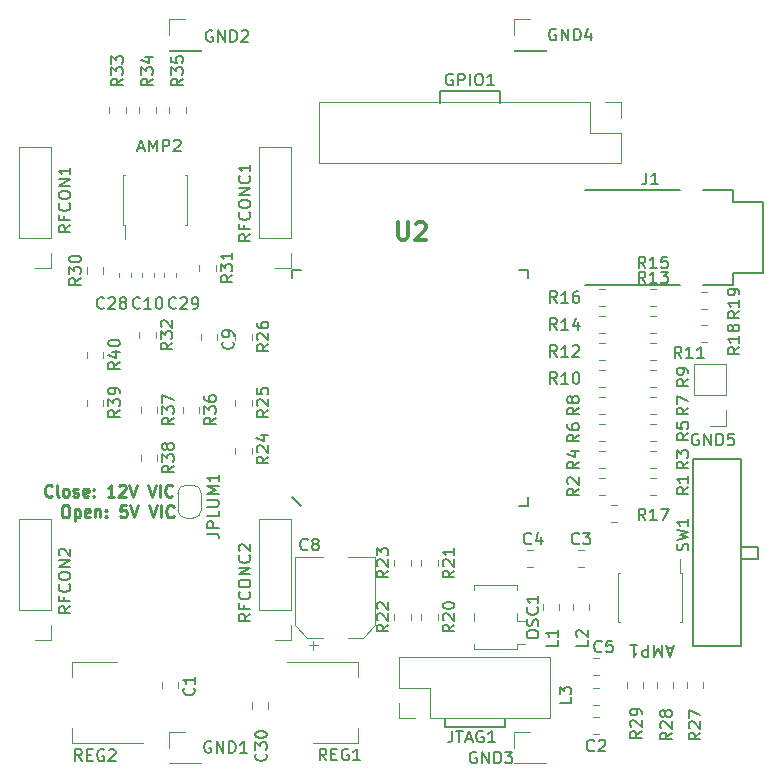
<source format=gbr>
G04 #@! TF.GenerationSoftware,KiCad,Pcbnew,(5.0.0)*
G04 #@! TF.CreationDate,2019-03-10T23:00:14+01:00*
G04 #@! TF.ProjectId,rfreplacement,72667265706C6163656D656E742E6B69,rev?*
G04 #@! TF.SameCoordinates,Original*
G04 #@! TF.FileFunction,Legend,Top*
G04 #@! TF.FilePolarity,Positive*
%FSLAX46Y46*%
G04 Gerber Fmt 4.6, Leading zero omitted, Abs format (unit mm)*
G04 Created by KiCad (PCBNEW (5.0.0)) date 03/10/19 23:00:14*
%MOMM*%
%LPD*%
G01*
G04 APERTURE LIST*
%ADD10C,0.250000*%
%ADD11C,0.300000*%
%ADD12C,0.200000*%
%ADD13C,0.120000*%
%ADD14C,0.150000*%
G04 APERTURE END LIST*
D10*
X106847285Y-91684142D02*
X106799666Y-91731761D01*
X106656809Y-91779380D01*
X106561571Y-91779380D01*
X106418714Y-91731761D01*
X106323476Y-91636523D01*
X106275857Y-91541285D01*
X106228238Y-91350809D01*
X106228238Y-91207952D01*
X106275857Y-91017476D01*
X106323476Y-90922238D01*
X106418714Y-90827000D01*
X106561571Y-90779380D01*
X106656809Y-90779380D01*
X106799666Y-90827000D01*
X106847285Y-90874619D01*
X107418714Y-91779380D02*
X107323476Y-91731761D01*
X107275857Y-91636523D01*
X107275857Y-90779380D01*
X107942523Y-91779380D02*
X107847285Y-91731761D01*
X107799666Y-91684142D01*
X107752047Y-91588904D01*
X107752047Y-91303190D01*
X107799666Y-91207952D01*
X107847285Y-91160333D01*
X107942523Y-91112714D01*
X108085380Y-91112714D01*
X108180619Y-91160333D01*
X108228238Y-91207952D01*
X108275857Y-91303190D01*
X108275857Y-91588904D01*
X108228238Y-91684142D01*
X108180619Y-91731761D01*
X108085380Y-91779380D01*
X107942523Y-91779380D01*
X108656809Y-91731761D02*
X108752047Y-91779380D01*
X108942523Y-91779380D01*
X109037761Y-91731761D01*
X109085380Y-91636523D01*
X109085380Y-91588904D01*
X109037761Y-91493666D01*
X108942523Y-91446047D01*
X108799666Y-91446047D01*
X108704428Y-91398428D01*
X108656809Y-91303190D01*
X108656809Y-91255571D01*
X108704428Y-91160333D01*
X108799666Y-91112714D01*
X108942523Y-91112714D01*
X109037761Y-91160333D01*
X109894904Y-91731761D02*
X109799666Y-91779380D01*
X109609190Y-91779380D01*
X109513952Y-91731761D01*
X109466333Y-91636523D01*
X109466333Y-91255571D01*
X109513952Y-91160333D01*
X109609190Y-91112714D01*
X109799666Y-91112714D01*
X109894904Y-91160333D01*
X109942523Y-91255571D01*
X109942523Y-91350809D01*
X109466333Y-91446047D01*
X110371095Y-91684142D02*
X110418714Y-91731761D01*
X110371095Y-91779380D01*
X110323476Y-91731761D01*
X110371095Y-91684142D01*
X110371095Y-91779380D01*
X110371095Y-91160333D02*
X110418714Y-91207952D01*
X110371095Y-91255571D01*
X110323476Y-91207952D01*
X110371095Y-91160333D01*
X110371095Y-91255571D01*
X112133000Y-91779380D02*
X111561571Y-91779380D01*
X111847285Y-91779380D02*
X111847285Y-90779380D01*
X111752047Y-90922238D01*
X111656809Y-91017476D01*
X111561571Y-91065095D01*
X112513952Y-90874619D02*
X112561571Y-90827000D01*
X112656809Y-90779380D01*
X112894904Y-90779380D01*
X112990142Y-90827000D01*
X113037761Y-90874619D01*
X113085380Y-90969857D01*
X113085380Y-91065095D01*
X113037761Y-91207952D01*
X112466333Y-91779380D01*
X113085380Y-91779380D01*
X113371095Y-90779380D02*
X113704428Y-91779380D01*
X114037761Y-90779380D01*
X114990142Y-90779380D02*
X115323476Y-91779380D01*
X115656809Y-90779380D01*
X115990142Y-91779380D02*
X115990142Y-90779380D01*
X117037761Y-91684142D02*
X116990142Y-91731761D01*
X116847285Y-91779380D01*
X116752047Y-91779380D01*
X116609190Y-91731761D01*
X116513952Y-91636523D01*
X116466333Y-91541285D01*
X116418714Y-91350809D01*
X116418714Y-91207952D01*
X116466333Y-91017476D01*
X116513952Y-90922238D01*
X116609190Y-90827000D01*
X116752047Y-90779380D01*
X116847285Y-90779380D01*
X116990142Y-90827000D01*
X117037761Y-90874619D01*
X107894904Y-92529380D02*
X108085380Y-92529380D01*
X108180619Y-92577000D01*
X108275857Y-92672238D01*
X108323476Y-92862714D01*
X108323476Y-93196047D01*
X108275857Y-93386523D01*
X108180619Y-93481761D01*
X108085380Y-93529380D01*
X107894904Y-93529380D01*
X107799666Y-93481761D01*
X107704428Y-93386523D01*
X107656809Y-93196047D01*
X107656809Y-92862714D01*
X107704428Y-92672238D01*
X107799666Y-92577000D01*
X107894904Y-92529380D01*
X108752047Y-92862714D02*
X108752047Y-93862714D01*
X108752047Y-92910333D02*
X108847285Y-92862714D01*
X109037761Y-92862714D01*
X109133000Y-92910333D01*
X109180619Y-92957952D01*
X109228238Y-93053190D01*
X109228238Y-93338904D01*
X109180619Y-93434142D01*
X109133000Y-93481761D01*
X109037761Y-93529380D01*
X108847285Y-93529380D01*
X108752047Y-93481761D01*
X110037761Y-93481761D02*
X109942523Y-93529380D01*
X109752047Y-93529380D01*
X109656809Y-93481761D01*
X109609190Y-93386523D01*
X109609190Y-93005571D01*
X109656809Y-92910333D01*
X109752047Y-92862714D01*
X109942523Y-92862714D01*
X110037761Y-92910333D01*
X110085380Y-93005571D01*
X110085380Y-93100809D01*
X109609190Y-93196047D01*
X110513952Y-92862714D02*
X110513952Y-93529380D01*
X110513952Y-92957952D02*
X110561571Y-92910333D01*
X110656809Y-92862714D01*
X110799666Y-92862714D01*
X110894904Y-92910333D01*
X110942523Y-93005571D01*
X110942523Y-93529380D01*
X111418714Y-93434142D02*
X111466333Y-93481761D01*
X111418714Y-93529380D01*
X111371095Y-93481761D01*
X111418714Y-93434142D01*
X111418714Y-93529380D01*
X111418714Y-92910333D02*
X111466333Y-92957952D01*
X111418714Y-93005571D01*
X111371095Y-92957952D01*
X111418714Y-92910333D01*
X111418714Y-93005571D01*
X113133000Y-92529380D02*
X112656809Y-92529380D01*
X112609190Y-93005571D01*
X112656809Y-92957952D01*
X112752047Y-92910333D01*
X112990142Y-92910333D01*
X113085380Y-92957952D01*
X113133000Y-93005571D01*
X113180619Y-93100809D01*
X113180619Y-93338904D01*
X113133000Y-93434142D01*
X113085380Y-93481761D01*
X112990142Y-93529380D01*
X112752047Y-93529380D01*
X112656809Y-93481761D01*
X112609190Y-93434142D01*
X113466333Y-92529380D02*
X113799666Y-93529380D01*
X114133000Y-92529380D01*
X115085380Y-92529380D02*
X115418714Y-93529380D01*
X115752047Y-92529380D01*
X116085380Y-93529380D02*
X116085380Y-92529380D01*
X117133000Y-93434142D02*
X117085380Y-93481761D01*
X116942523Y-93529380D01*
X116847285Y-93529380D01*
X116704428Y-93481761D01*
X116609190Y-93386523D01*
X116561571Y-93291285D01*
X116513952Y-93100809D01*
X116513952Y-92957952D01*
X116561571Y-92767476D01*
X116609190Y-92672238D01*
X116704428Y-92577000D01*
X116847285Y-92529380D01*
X116942523Y-92529380D01*
X117085380Y-92577000D01*
X117133000Y-92624619D01*
D11*
X136144142Y-68520571D02*
X136144142Y-69734857D01*
X136215571Y-69877714D01*
X136287000Y-69949142D01*
X136429857Y-70020571D01*
X136715571Y-70020571D01*
X136858428Y-69949142D01*
X136929857Y-69877714D01*
X137001285Y-69734857D01*
X137001285Y-68520571D01*
X137644142Y-68663428D02*
X137715571Y-68592000D01*
X137858428Y-68520571D01*
X138215571Y-68520571D01*
X138358428Y-68592000D01*
X138429857Y-68663428D01*
X138501285Y-68806285D01*
X138501285Y-68949142D01*
X138429857Y-69163428D01*
X137572714Y-70020571D01*
X138501285Y-70020571D01*
D12*
X144780000Y-57404000D02*
X144780000Y-58420000D01*
X139700000Y-57404000D02*
X144780000Y-57404000D01*
X139700000Y-58420000D02*
X139700000Y-57404000D01*
X145161000Y-111252000D02*
X145161000Y-110617000D01*
X140081000Y-111252000D02*
X145161000Y-111252000D01*
X140081000Y-110617000D02*
X140081000Y-111252000D01*
D13*
G04 #@! TO.C,R32*
X114225000Y-77843748D02*
X114225000Y-78366252D01*
X115645000Y-77843748D02*
X115645000Y-78366252D01*
G04 #@! TO.C,R36*
X117908000Y-84193748D02*
X117908000Y-84716252D01*
X119328000Y-84193748D02*
X119328000Y-84716252D01*
G04 #@! TO.C,C2*
X152646748Y-110415000D02*
X153169252Y-110415000D01*
X152646748Y-111835000D02*
X153169252Y-111835000D01*
G04 #@! TO.C,R33*
X113105000Y-58793748D02*
X113105000Y-59316252D01*
X111685000Y-58793748D02*
X111685000Y-59316252D01*
G04 #@! TO.C,C30*
X125170000Y-109203748D02*
X125170000Y-109726252D01*
X123750000Y-109203748D02*
X123750000Y-109726252D01*
G04 #@! TO.C,R37*
X115772000Y-84193748D02*
X115772000Y-84716252D01*
X114352000Y-84193748D02*
X114352000Y-84716252D01*
G04 #@! TO.C,R34*
X115645000Y-59316252D02*
X115645000Y-58793748D01*
X114225000Y-59316252D02*
X114225000Y-58793748D01*
G04 #@! TO.C,R35*
X118185000Y-58793748D02*
X118185000Y-59316252D01*
X116765000Y-58793748D02*
X116765000Y-59316252D01*
G04 #@! TO.C,C10*
X114425000Y-72853733D02*
X114425000Y-73196267D01*
X115445000Y-72853733D02*
X115445000Y-73196267D01*
G04 #@! TO.C,C4*
X147581252Y-96318000D02*
X147058748Y-96318000D01*
X147581252Y-97738000D02*
X147058748Y-97738000D01*
G04 #@! TO.C,C3*
X151376748Y-96318000D02*
X151899252Y-96318000D01*
X151376748Y-97738000D02*
X151899252Y-97738000D01*
G04 #@! TO.C,C1*
X116130000Y-107966252D02*
X116130000Y-107443748D01*
X117550000Y-107966252D02*
X117550000Y-107443748D01*
G04 #@! TO.C,AMP1*
X160210000Y-102430000D02*
X160210000Y-98230000D01*
X154750000Y-102430000D02*
X154750000Y-98230000D01*
X154920000Y-102430000D02*
X154750000Y-102430000D01*
X154910000Y-98230000D02*
X154740000Y-98230000D01*
X160210000Y-102430000D02*
X160040000Y-102430000D01*
X160210000Y-98230000D02*
X160040000Y-98230000D01*
X160040000Y-98230000D02*
X160040000Y-97040000D01*
G04 #@! TO.C,C5*
X153160252Y-105462000D02*
X152637748Y-105462000D01*
X153160252Y-106882000D02*
X152637748Y-106882000D01*
G04 #@! TO.C,AMP2*
X113010000Y-68775000D02*
X113010000Y-69965000D01*
X112840000Y-68775000D02*
X113010000Y-68775000D01*
X112840000Y-64575000D02*
X113010000Y-64575000D01*
X118140000Y-68775000D02*
X118310000Y-68775000D01*
X118130000Y-64575000D02*
X118300000Y-64575000D01*
X118300000Y-64575000D02*
X118300000Y-68775000D01*
X112840000Y-64575000D02*
X112840000Y-68775000D01*
G04 #@! TO.C,C9*
X120852000Y-77970748D02*
X120852000Y-78493252D01*
X119432000Y-77970748D02*
X119432000Y-78493252D01*
G04 #@! TO.C,GPIO1*
X129480000Y-58360000D02*
X129480000Y-63560000D01*
X152400000Y-58360000D02*
X129480000Y-58360000D01*
X155000000Y-63560000D02*
X129480000Y-63560000D01*
X152400000Y-58360000D02*
X152400000Y-60960000D01*
X152400000Y-60960000D02*
X155000000Y-60960000D01*
X155000000Y-60960000D02*
X155000000Y-63560000D01*
X153670000Y-58360000D02*
X155000000Y-58360000D01*
X155000000Y-58360000D02*
X155000000Y-59690000D01*
G04 #@! TO.C,C29*
X116330000Y-73196267D02*
X116330000Y-72853733D01*
X117350000Y-73196267D02*
X117350000Y-72853733D01*
G04 #@! TO.C,R19*
X161790748Y-75894000D02*
X162313252Y-75894000D01*
X161790748Y-74474000D02*
X162313252Y-74474000D01*
G04 #@! TO.C,R25*
X123773000Y-83558748D02*
X123773000Y-84081252D01*
X122353000Y-83558748D02*
X122353000Y-84081252D01*
G04 #@! TO.C,R28*
X159460000Y-107957252D02*
X159460000Y-107434748D01*
X158040000Y-107957252D02*
X158040000Y-107434748D01*
G04 #@! TO.C,R20*
X139521000Y-101719748D02*
X139521000Y-102242252D01*
X138101000Y-101719748D02*
X138101000Y-102242252D01*
G04 #@! TO.C,R21*
X138101000Y-97147748D02*
X138101000Y-97670252D01*
X139521000Y-97147748D02*
X139521000Y-97670252D01*
G04 #@! TO.C,R14*
X153163748Y-77926000D02*
X153686252Y-77926000D01*
X153163748Y-76506000D02*
X153686252Y-76506000D01*
G04 #@! TO.C,R27*
X160580000Y-107966252D02*
X160580000Y-107443748D01*
X162000000Y-107966252D02*
X162000000Y-107443748D01*
G04 #@! TO.C,R30*
X111200000Y-72896252D02*
X111200000Y-72373748D01*
X109780000Y-72896252D02*
X109780000Y-72373748D01*
G04 #@! TO.C,R17*
X154702252Y-93928000D02*
X154179748Y-93928000D01*
X154702252Y-92508000D02*
X154179748Y-92508000D01*
G04 #@! TO.C,R26*
X122353000Y-77970748D02*
X122353000Y-78493252D01*
X123773000Y-77970748D02*
X123773000Y-78493252D01*
G04 #@! TO.C,R31*
X120725000Y-72128748D02*
X120725000Y-72651252D01*
X119305000Y-72128748D02*
X119305000Y-72651252D01*
G04 #@! TO.C,R29*
X155500000Y-107957252D02*
X155500000Y-107434748D01*
X156920000Y-107957252D02*
X156920000Y-107434748D01*
G04 #@! TO.C,R22*
X135815000Y-101728748D02*
X135815000Y-102251252D01*
X137235000Y-101728748D02*
X137235000Y-102251252D01*
G04 #@! TO.C,R24*
X122353000Y-88145252D02*
X122353000Y-87622748D01*
X123773000Y-88145252D02*
X123773000Y-87622748D01*
G04 #@! TO.C,R18*
X161790748Y-77268000D02*
X162313252Y-77268000D01*
X161790748Y-78688000D02*
X162313252Y-78688000D01*
G04 #@! TO.C,R16*
X153163748Y-75640000D02*
X153686252Y-75640000D01*
X153163748Y-74220000D02*
X153686252Y-74220000D01*
G04 #@! TO.C,R15*
X157472748Y-74220000D02*
X157995252Y-74220000D01*
X157472748Y-75640000D02*
X157995252Y-75640000D01*
G04 #@! TO.C,R23*
X135815000Y-97661252D02*
X135815000Y-97138748D01*
X137235000Y-97661252D02*
X137235000Y-97138748D01*
G04 #@! TO.C,R7*
X157463748Y-84784000D02*
X157986252Y-84784000D01*
X157463748Y-83364000D02*
X157986252Y-83364000D01*
G04 #@! TO.C,R10*
X153163748Y-81078000D02*
X153686252Y-81078000D01*
X153163748Y-82498000D02*
X153686252Y-82498000D01*
G04 #@! TO.C,R6*
X153154748Y-87070000D02*
X153677252Y-87070000D01*
X153154748Y-85650000D02*
X153677252Y-85650000D01*
G04 #@! TO.C,R5*
X157463748Y-85650000D02*
X157986252Y-85650000D01*
X157463748Y-87070000D02*
X157986252Y-87070000D01*
G04 #@! TO.C,R13*
X157472748Y-76506000D02*
X157995252Y-76506000D01*
X157472748Y-77926000D02*
X157995252Y-77926000D01*
G04 #@! TO.C,RFCON1*
X106740000Y-72450000D02*
X105410000Y-72450000D01*
X106740000Y-71120000D02*
X106740000Y-72450000D01*
X106740000Y-69850000D02*
X104080000Y-69850000D01*
X104080000Y-69850000D02*
X104080000Y-62170000D01*
X106740000Y-69850000D02*
X106740000Y-62170000D01*
X106740000Y-62170000D02*
X104080000Y-62170000D01*
G04 #@! TO.C,R1*
X157463748Y-91642000D02*
X157986252Y-91642000D01*
X157463748Y-90222000D02*
X157986252Y-90222000D01*
G04 #@! TO.C,R3*
X157472748Y-87936000D02*
X157995252Y-87936000D01*
X157472748Y-89356000D02*
X157995252Y-89356000D01*
G04 #@! TO.C,R8*
X153163748Y-83364000D02*
X153686252Y-83364000D01*
X153163748Y-84784000D02*
X153686252Y-84784000D01*
G04 #@! TO.C,R11*
X157463748Y-78792000D02*
X157986252Y-78792000D01*
X157463748Y-80212000D02*
X157986252Y-80212000D01*
G04 #@! TO.C,R12*
X153163748Y-80212000D02*
X153686252Y-80212000D01*
X153163748Y-78792000D02*
X153686252Y-78792000D01*
G04 #@! TO.C,RFCON2*
X106740000Y-93666000D02*
X104080000Y-93666000D01*
X106740000Y-101346000D02*
X106740000Y-93666000D01*
X104080000Y-101346000D02*
X104080000Y-93666000D01*
X106740000Y-101346000D02*
X104080000Y-101346000D01*
X106740000Y-102616000D02*
X106740000Y-103946000D01*
X106740000Y-103946000D02*
X105410000Y-103946000D01*
G04 #@! TO.C,R2*
X153154748Y-91642000D02*
X153677252Y-91642000D01*
X153154748Y-90222000D02*
X153677252Y-90222000D01*
G04 #@! TO.C,R4*
X153163748Y-89356000D02*
X153686252Y-89356000D01*
X153163748Y-87936000D02*
X153686252Y-87936000D01*
G04 #@! TO.C,R9*
X157472748Y-82498000D02*
X157995252Y-82498000D01*
X157472748Y-81078000D02*
X157995252Y-81078000D01*
G04 #@! TO.C,JTAG1*
X136211000Y-110550000D02*
X136211000Y-109220000D01*
X137541000Y-110550000D02*
X136211000Y-110550000D01*
X136211000Y-107950000D02*
X136211000Y-105350000D01*
X138811000Y-107950000D02*
X136211000Y-107950000D01*
X138811000Y-110550000D02*
X138811000Y-107950000D01*
X136211000Y-105350000D02*
X149031000Y-105350000D01*
X138811000Y-110550000D02*
X149031000Y-110550000D01*
X149031000Y-110550000D02*
X149031000Y-105350000D01*
G04 #@! TO.C,L1*
X148388000Y-100830748D02*
X148388000Y-101353252D01*
X149808000Y-100830748D02*
X149808000Y-101353252D01*
G04 #@! TO.C,L3*
X153160252Y-109422000D02*
X152637748Y-109422000D01*
X153160252Y-108002000D02*
X152637748Y-108002000D01*
G04 #@! TO.C,REG1*
X132720000Y-112630000D02*
X132720000Y-111370000D01*
X132720000Y-105810000D02*
X132720000Y-107070000D01*
X128960000Y-112630000D02*
X132720000Y-112630000D01*
X126710000Y-105810000D02*
X132720000Y-105810000D01*
G04 #@! TO.C,REG2*
X114590000Y-112630000D02*
X108580000Y-112630000D01*
X112340000Y-105810000D02*
X108580000Y-105810000D01*
X108580000Y-112630000D02*
X108580000Y-111370000D01*
X108580000Y-105810000D02*
X108580000Y-107070000D01*
G04 #@! TO.C,OSC1*
X142599000Y-99671000D02*
X142599000Y-99281000D01*
X142599000Y-99281000D02*
X146199000Y-99281000D01*
X146199000Y-99281000D02*
X146199000Y-99671000D01*
X142599000Y-102351000D02*
X142599000Y-101611000D01*
X146899000Y-104291000D02*
X146199000Y-104291000D01*
X146199000Y-104291000D02*
X146199000Y-104681000D01*
X146199000Y-104681000D02*
X142599000Y-104681000D01*
X142599000Y-104681000D02*
X142599000Y-104291000D01*
X146199000Y-101611000D02*
X146199000Y-102351000D01*
X146199000Y-102351000D02*
X146899000Y-102351000D01*
G04 #@! TO.C,L2*
X152348000Y-100830748D02*
X152348000Y-101353252D01*
X150928000Y-100830748D02*
X150928000Y-101353252D01*
G04 #@! TO.C,R38*
X115772000Y-88257748D02*
X115772000Y-88780252D01*
X114352000Y-88257748D02*
X114352000Y-88780252D01*
D14*
G04 #@! TO.C,U2*
X127910000Y-92550000D02*
X127160000Y-91800000D01*
X127160000Y-73300000D02*
X127160000Y-72550000D01*
X127160000Y-72550000D02*
X127910000Y-72550000D01*
X147160000Y-91800000D02*
X147160000Y-92550000D01*
X147160000Y-92550000D02*
X146410000Y-92550000D01*
X147160000Y-73300000D02*
X147160000Y-72550000D01*
X147160000Y-72550000D02*
X146410000Y-72550000D01*
D13*
G04 #@! TO.C,RFCONC1*
X127060000Y-62170000D02*
X124400000Y-62170000D01*
X127060000Y-69850000D02*
X127060000Y-62170000D01*
X124400000Y-69850000D02*
X124400000Y-62170000D01*
X127060000Y-69850000D02*
X124400000Y-69850000D01*
X127060000Y-71120000D02*
X127060000Y-72450000D01*
X127060000Y-72450000D02*
X125730000Y-72450000D01*
G04 #@! TO.C,RFCONC2*
X127060000Y-103946000D02*
X125730000Y-103946000D01*
X127060000Y-102616000D02*
X127060000Y-103946000D01*
X127060000Y-101346000D02*
X124400000Y-101346000D01*
X124400000Y-101346000D02*
X124400000Y-93666000D01*
X127060000Y-101346000D02*
X127060000Y-93666000D01*
X127060000Y-93666000D02*
X124400000Y-93666000D01*
G04 #@! TO.C,GND5*
X163890000Y-85785000D02*
X162560000Y-85785000D01*
X163890000Y-84455000D02*
X163890000Y-85785000D01*
X163890000Y-83185000D02*
X161230000Y-83185000D01*
X161230000Y-83185000D02*
X161230000Y-80585000D01*
X163890000Y-83185000D02*
X163890000Y-80585000D01*
X163890000Y-80585000D02*
X161230000Y-80585000D01*
G04 #@! TO.C,C28*
X112520000Y-73196267D02*
X112520000Y-72853733D01*
X113540000Y-73196267D02*
X113540000Y-72853733D01*
G04 #@! TO.C,R39*
X111200000Y-84081252D02*
X111200000Y-83558748D01*
X109780000Y-84081252D02*
X109780000Y-83558748D01*
G04 #@! TO.C,R40*
X109780000Y-80017252D02*
X109780000Y-79494748D01*
X111200000Y-80017252D02*
X111200000Y-79494748D01*
D14*
G04 #@! TO.C,J1*
X167005000Y-72850000D02*
X165505000Y-72850000D01*
X165505000Y-66850000D02*
X167005000Y-66850000D01*
X167005000Y-66850000D02*
X167005000Y-72850000D01*
X165505000Y-72850000D02*
X164505000Y-72850000D01*
X165505000Y-66850000D02*
X164505000Y-66850000D01*
X164505000Y-72850000D02*
X164505000Y-73850000D01*
X164505000Y-73850000D02*
X162005000Y-73850000D01*
X160005000Y-73850000D02*
X152005000Y-73850000D01*
X164505000Y-66850000D02*
X164505000Y-65850000D01*
X164505000Y-65850000D02*
X162005000Y-65850000D01*
X160005000Y-65850000D02*
X152005000Y-65850000D01*
D13*
G04 #@! TO.C,C8*
X134220000Y-96920000D02*
X131870000Y-96920000D01*
X127400000Y-96920000D02*
X129750000Y-96920000D01*
X127400000Y-102675563D02*
X127400000Y-96920000D01*
X134220000Y-102675563D02*
X134220000Y-96920000D01*
X133155563Y-103740000D02*
X131870000Y-103740000D01*
X128464437Y-103740000D02*
X129750000Y-103740000D01*
X128464437Y-103740000D02*
X127400000Y-102675563D01*
X133155563Y-103740000D02*
X134220000Y-102675563D01*
X128962500Y-104767500D02*
X128962500Y-103980000D01*
X128568750Y-104373750D02*
X129356250Y-104373750D01*
G04 #@! TO.C,JPLUM1*
X119491000Y-92902000D02*
G75*
G02X118791000Y-93602000I-700000J0D01*
G01*
X118191000Y-93602000D02*
G75*
G02X117491000Y-92902000I0J700000D01*
G01*
X117491000Y-91502000D02*
G75*
G02X118191000Y-90802000I700000J0D01*
G01*
X118791000Y-90802000D02*
G75*
G02X119491000Y-91502000I0J-700000D01*
G01*
X118191000Y-90802000D02*
X118791000Y-90802000D01*
X117491000Y-92902000D02*
X117491000Y-91502000D01*
X118791000Y-93602000D02*
X118191000Y-93602000D01*
X119491000Y-91502000D02*
X119491000Y-92902000D01*
D14*
G04 #@! TO.C,SW1*
X161155000Y-104020000D02*
X161155000Y-89020000D01*
X165155000Y-89020000D02*
X165155000Y-104020000D01*
X165155000Y-97020000D02*
X166655000Y-97020000D01*
X166655000Y-97020000D02*
X166655000Y-96020000D01*
X166655000Y-96020000D02*
X165155000Y-96020000D01*
X161155000Y-104020000D02*
X161155000Y-104420000D01*
X161155000Y-104420000D02*
X165155000Y-104420000D01*
X165155000Y-104420000D02*
X165155000Y-104020000D01*
X161155000Y-89020000D02*
X161155000Y-88620000D01*
X161155000Y-88620000D02*
X165155000Y-88620000D01*
X165155000Y-88620000D02*
X165155000Y-89120000D01*
X165155000Y-89120000D02*
X165155000Y-89020000D01*
D13*
G04 #@! TO.C,GND1*
X116780000Y-114360000D02*
X119440000Y-114360000D01*
X116780000Y-114300000D02*
X116780000Y-114360000D01*
X119440000Y-114300000D02*
X119440000Y-114360000D01*
X116780000Y-114300000D02*
X119440000Y-114300000D01*
X116780000Y-113030000D02*
X116780000Y-111700000D01*
X116780000Y-111700000D02*
X118110000Y-111700000D01*
G04 #@! TO.C,GND2*
X116780000Y-51375000D02*
X118110000Y-51375000D01*
X116780000Y-52705000D02*
X116780000Y-51375000D01*
X116780000Y-53975000D02*
X119440000Y-53975000D01*
X119440000Y-53975000D02*
X119440000Y-54035000D01*
X116780000Y-53975000D02*
X116780000Y-54035000D01*
X116780000Y-54035000D02*
X119440000Y-54035000D01*
G04 #@! TO.C,GND3*
X145990000Y-111700000D02*
X147320000Y-111700000D01*
X145990000Y-113030000D02*
X145990000Y-111700000D01*
X145990000Y-114300000D02*
X148650000Y-114300000D01*
X148650000Y-114300000D02*
X148650000Y-114360000D01*
X145990000Y-114300000D02*
X145990000Y-114360000D01*
X145990000Y-114360000D02*
X148650000Y-114360000D01*
G04 #@! TO.C,GND4*
X145990000Y-54035000D02*
X148650000Y-54035000D01*
X145990000Y-53975000D02*
X145990000Y-54035000D01*
X148650000Y-53975000D02*
X148650000Y-54035000D01*
X145990000Y-53975000D02*
X148650000Y-53975000D01*
X145990000Y-52705000D02*
X145990000Y-51375000D01*
X145990000Y-51375000D02*
X147320000Y-51375000D01*
G04 #@! TO.C,R32*
D14*
X117037380Y-78747857D02*
X116561190Y-79081190D01*
X117037380Y-79319285D02*
X116037380Y-79319285D01*
X116037380Y-78938333D01*
X116085000Y-78843095D01*
X116132619Y-78795476D01*
X116227857Y-78747857D01*
X116370714Y-78747857D01*
X116465952Y-78795476D01*
X116513571Y-78843095D01*
X116561190Y-78938333D01*
X116561190Y-79319285D01*
X116037380Y-78414523D02*
X116037380Y-77795476D01*
X116418333Y-78128809D01*
X116418333Y-77985952D01*
X116465952Y-77890714D01*
X116513571Y-77843095D01*
X116608809Y-77795476D01*
X116846904Y-77795476D01*
X116942142Y-77843095D01*
X116989761Y-77890714D01*
X117037380Y-77985952D01*
X117037380Y-78271666D01*
X116989761Y-78366904D01*
X116942142Y-78414523D01*
X116132619Y-77414523D02*
X116085000Y-77366904D01*
X116037380Y-77271666D01*
X116037380Y-77033571D01*
X116085000Y-76938333D01*
X116132619Y-76890714D01*
X116227857Y-76843095D01*
X116323095Y-76843095D01*
X116465952Y-76890714D01*
X117037380Y-77462142D01*
X117037380Y-76843095D01*
G04 #@! TO.C,R36*
X120720380Y-85097857D02*
X120244190Y-85431190D01*
X120720380Y-85669285D02*
X119720380Y-85669285D01*
X119720380Y-85288333D01*
X119768000Y-85193095D01*
X119815619Y-85145476D01*
X119910857Y-85097857D01*
X120053714Y-85097857D01*
X120148952Y-85145476D01*
X120196571Y-85193095D01*
X120244190Y-85288333D01*
X120244190Y-85669285D01*
X119720380Y-84764523D02*
X119720380Y-84145476D01*
X120101333Y-84478809D01*
X120101333Y-84335952D01*
X120148952Y-84240714D01*
X120196571Y-84193095D01*
X120291809Y-84145476D01*
X120529904Y-84145476D01*
X120625142Y-84193095D01*
X120672761Y-84240714D01*
X120720380Y-84335952D01*
X120720380Y-84621666D01*
X120672761Y-84716904D01*
X120625142Y-84764523D01*
X119720380Y-83288333D02*
X119720380Y-83478809D01*
X119768000Y-83574047D01*
X119815619Y-83621666D01*
X119958476Y-83716904D01*
X120148952Y-83764523D01*
X120529904Y-83764523D01*
X120625142Y-83716904D01*
X120672761Y-83669285D01*
X120720380Y-83574047D01*
X120720380Y-83383571D01*
X120672761Y-83288333D01*
X120625142Y-83240714D01*
X120529904Y-83193095D01*
X120291809Y-83193095D01*
X120196571Y-83240714D01*
X120148952Y-83288333D01*
X120101333Y-83383571D01*
X120101333Y-83574047D01*
X120148952Y-83669285D01*
X120196571Y-83716904D01*
X120291809Y-83764523D01*
G04 #@! TO.C,C2*
X152741333Y-113260142D02*
X152693714Y-113307761D01*
X152550857Y-113355380D01*
X152455619Y-113355380D01*
X152312761Y-113307761D01*
X152217523Y-113212523D01*
X152169904Y-113117285D01*
X152122285Y-112926809D01*
X152122285Y-112783952D01*
X152169904Y-112593476D01*
X152217523Y-112498238D01*
X152312761Y-112403000D01*
X152455619Y-112355380D01*
X152550857Y-112355380D01*
X152693714Y-112403000D01*
X152741333Y-112450619D01*
X153122285Y-112450619D02*
X153169904Y-112403000D01*
X153265142Y-112355380D01*
X153503238Y-112355380D01*
X153598476Y-112403000D01*
X153646095Y-112450619D01*
X153693714Y-112545857D01*
X153693714Y-112641095D01*
X153646095Y-112783952D01*
X153074666Y-113355380D01*
X153693714Y-113355380D01*
G04 #@! TO.C,R33*
X112847380Y-56395857D02*
X112371190Y-56729190D01*
X112847380Y-56967285D02*
X111847380Y-56967285D01*
X111847380Y-56586333D01*
X111895000Y-56491095D01*
X111942619Y-56443476D01*
X112037857Y-56395857D01*
X112180714Y-56395857D01*
X112275952Y-56443476D01*
X112323571Y-56491095D01*
X112371190Y-56586333D01*
X112371190Y-56967285D01*
X111847380Y-56062523D02*
X111847380Y-55443476D01*
X112228333Y-55776809D01*
X112228333Y-55633952D01*
X112275952Y-55538714D01*
X112323571Y-55491095D01*
X112418809Y-55443476D01*
X112656904Y-55443476D01*
X112752142Y-55491095D01*
X112799761Y-55538714D01*
X112847380Y-55633952D01*
X112847380Y-55919666D01*
X112799761Y-56014904D01*
X112752142Y-56062523D01*
X111847380Y-55110142D02*
X111847380Y-54491095D01*
X112228333Y-54824428D01*
X112228333Y-54681571D01*
X112275952Y-54586333D01*
X112323571Y-54538714D01*
X112418809Y-54491095D01*
X112656904Y-54491095D01*
X112752142Y-54538714D01*
X112799761Y-54586333D01*
X112847380Y-54681571D01*
X112847380Y-54967285D01*
X112799761Y-55062523D01*
X112752142Y-55110142D01*
G04 #@! TO.C,C30*
X124944142Y-113545857D02*
X124991761Y-113593476D01*
X125039380Y-113736333D01*
X125039380Y-113831571D01*
X124991761Y-113974428D01*
X124896523Y-114069666D01*
X124801285Y-114117285D01*
X124610809Y-114164904D01*
X124467952Y-114164904D01*
X124277476Y-114117285D01*
X124182238Y-114069666D01*
X124087000Y-113974428D01*
X124039380Y-113831571D01*
X124039380Y-113736333D01*
X124087000Y-113593476D01*
X124134619Y-113545857D01*
X124039380Y-113212523D02*
X124039380Y-112593476D01*
X124420333Y-112926809D01*
X124420333Y-112783952D01*
X124467952Y-112688714D01*
X124515571Y-112641095D01*
X124610809Y-112593476D01*
X124848904Y-112593476D01*
X124944142Y-112641095D01*
X124991761Y-112688714D01*
X125039380Y-112783952D01*
X125039380Y-113069666D01*
X124991761Y-113164904D01*
X124944142Y-113212523D01*
X124039380Y-111974428D02*
X124039380Y-111879190D01*
X124087000Y-111783952D01*
X124134619Y-111736333D01*
X124229857Y-111688714D01*
X124420333Y-111641095D01*
X124658428Y-111641095D01*
X124848904Y-111688714D01*
X124944142Y-111736333D01*
X124991761Y-111783952D01*
X125039380Y-111879190D01*
X125039380Y-111974428D01*
X124991761Y-112069666D01*
X124944142Y-112117285D01*
X124848904Y-112164904D01*
X124658428Y-112212523D01*
X124420333Y-112212523D01*
X124229857Y-112164904D01*
X124134619Y-112117285D01*
X124087000Y-112069666D01*
X124039380Y-111974428D01*
G04 #@! TO.C,R37*
X117164380Y-85097857D02*
X116688190Y-85431190D01*
X117164380Y-85669285D02*
X116164380Y-85669285D01*
X116164380Y-85288333D01*
X116212000Y-85193095D01*
X116259619Y-85145476D01*
X116354857Y-85097857D01*
X116497714Y-85097857D01*
X116592952Y-85145476D01*
X116640571Y-85193095D01*
X116688190Y-85288333D01*
X116688190Y-85669285D01*
X116164380Y-84764523D02*
X116164380Y-84145476D01*
X116545333Y-84478809D01*
X116545333Y-84335952D01*
X116592952Y-84240714D01*
X116640571Y-84193095D01*
X116735809Y-84145476D01*
X116973904Y-84145476D01*
X117069142Y-84193095D01*
X117116761Y-84240714D01*
X117164380Y-84335952D01*
X117164380Y-84621666D01*
X117116761Y-84716904D01*
X117069142Y-84764523D01*
X116164380Y-83812142D02*
X116164380Y-83145476D01*
X117164380Y-83574047D01*
G04 #@! TO.C,R34*
X115387380Y-56395857D02*
X114911190Y-56729190D01*
X115387380Y-56967285D02*
X114387380Y-56967285D01*
X114387380Y-56586333D01*
X114435000Y-56491095D01*
X114482619Y-56443476D01*
X114577857Y-56395857D01*
X114720714Y-56395857D01*
X114815952Y-56443476D01*
X114863571Y-56491095D01*
X114911190Y-56586333D01*
X114911190Y-56967285D01*
X114387380Y-56062523D02*
X114387380Y-55443476D01*
X114768333Y-55776809D01*
X114768333Y-55633952D01*
X114815952Y-55538714D01*
X114863571Y-55491095D01*
X114958809Y-55443476D01*
X115196904Y-55443476D01*
X115292142Y-55491095D01*
X115339761Y-55538714D01*
X115387380Y-55633952D01*
X115387380Y-55919666D01*
X115339761Y-56014904D01*
X115292142Y-56062523D01*
X114720714Y-54586333D02*
X115387380Y-54586333D01*
X114339761Y-54824428D02*
X115054047Y-55062523D01*
X115054047Y-54443476D01*
G04 #@! TO.C,R35*
X117927380Y-56395857D02*
X117451190Y-56729190D01*
X117927380Y-56967285D02*
X116927380Y-56967285D01*
X116927380Y-56586333D01*
X116975000Y-56491095D01*
X117022619Y-56443476D01*
X117117857Y-56395857D01*
X117260714Y-56395857D01*
X117355952Y-56443476D01*
X117403571Y-56491095D01*
X117451190Y-56586333D01*
X117451190Y-56967285D01*
X116927380Y-56062523D02*
X116927380Y-55443476D01*
X117308333Y-55776809D01*
X117308333Y-55633952D01*
X117355952Y-55538714D01*
X117403571Y-55491095D01*
X117498809Y-55443476D01*
X117736904Y-55443476D01*
X117832142Y-55491095D01*
X117879761Y-55538714D01*
X117927380Y-55633952D01*
X117927380Y-55919666D01*
X117879761Y-56014904D01*
X117832142Y-56062523D01*
X116927380Y-54538714D02*
X116927380Y-55014904D01*
X117403571Y-55062523D01*
X117355952Y-55014904D01*
X117308333Y-54919666D01*
X117308333Y-54681571D01*
X117355952Y-54586333D01*
X117403571Y-54538714D01*
X117498809Y-54491095D01*
X117736904Y-54491095D01*
X117832142Y-54538714D01*
X117879761Y-54586333D01*
X117927380Y-54681571D01*
X117927380Y-54919666D01*
X117879761Y-55014904D01*
X117832142Y-55062523D01*
G04 #@! TO.C,C10*
X114292142Y-75795142D02*
X114244523Y-75842761D01*
X114101666Y-75890380D01*
X114006428Y-75890380D01*
X113863571Y-75842761D01*
X113768333Y-75747523D01*
X113720714Y-75652285D01*
X113673095Y-75461809D01*
X113673095Y-75318952D01*
X113720714Y-75128476D01*
X113768333Y-75033238D01*
X113863571Y-74938000D01*
X114006428Y-74890380D01*
X114101666Y-74890380D01*
X114244523Y-74938000D01*
X114292142Y-74985619D01*
X115244523Y-75890380D02*
X114673095Y-75890380D01*
X114958809Y-75890380D02*
X114958809Y-74890380D01*
X114863571Y-75033238D01*
X114768333Y-75128476D01*
X114673095Y-75176095D01*
X115863571Y-74890380D02*
X115958809Y-74890380D01*
X116054047Y-74938000D01*
X116101666Y-74985619D01*
X116149285Y-75080857D01*
X116196904Y-75271333D01*
X116196904Y-75509428D01*
X116149285Y-75699904D01*
X116101666Y-75795142D01*
X116054047Y-75842761D01*
X115958809Y-75890380D01*
X115863571Y-75890380D01*
X115768333Y-75842761D01*
X115720714Y-75795142D01*
X115673095Y-75699904D01*
X115625476Y-75509428D01*
X115625476Y-75271333D01*
X115673095Y-75080857D01*
X115720714Y-74985619D01*
X115768333Y-74938000D01*
X115863571Y-74890380D01*
G04 #@! TO.C,C4*
X147407333Y-95734142D02*
X147359714Y-95781761D01*
X147216857Y-95829380D01*
X147121619Y-95829380D01*
X146978761Y-95781761D01*
X146883523Y-95686523D01*
X146835904Y-95591285D01*
X146788285Y-95400809D01*
X146788285Y-95257952D01*
X146835904Y-95067476D01*
X146883523Y-94972238D01*
X146978761Y-94877000D01*
X147121619Y-94829380D01*
X147216857Y-94829380D01*
X147359714Y-94877000D01*
X147407333Y-94924619D01*
X148264476Y-95162714D02*
X148264476Y-95829380D01*
X148026380Y-94781761D02*
X147788285Y-95496047D01*
X148407333Y-95496047D01*
G04 #@! TO.C,C3*
X151471333Y-95735142D02*
X151423714Y-95782761D01*
X151280857Y-95830380D01*
X151185619Y-95830380D01*
X151042761Y-95782761D01*
X150947523Y-95687523D01*
X150899904Y-95592285D01*
X150852285Y-95401809D01*
X150852285Y-95258952D01*
X150899904Y-95068476D01*
X150947523Y-94973238D01*
X151042761Y-94878000D01*
X151185619Y-94830380D01*
X151280857Y-94830380D01*
X151423714Y-94878000D01*
X151471333Y-94925619D01*
X151804666Y-94830380D02*
X152423714Y-94830380D01*
X152090380Y-95211333D01*
X152233238Y-95211333D01*
X152328476Y-95258952D01*
X152376095Y-95306571D01*
X152423714Y-95401809D01*
X152423714Y-95639904D01*
X152376095Y-95735142D01*
X152328476Y-95782761D01*
X152233238Y-95830380D01*
X151947523Y-95830380D01*
X151852285Y-95782761D01*
X151804666Y-95735142D01*
G04 #@! TO.C,C1*
X118848142Y-107989666D02*
X118895761Y-108037285D01*
X118943380Y-108180142D01*
X118943380Y-108275380D01*
X118895761Y-108418238D01*
X118800523Y-108513476D01*
X118705285Y-108561095D01*
X118514809Y-108608714D01*
X118371952Y-108608714D01*
X118181476Y-108561095D01*
X118086238Y-108513476D01*
X117991000Y-108418238D01*
X117943380Y-108275380D01*
X117943380Y-108180142D01*
X117991000Y-108037285D01*
X118038619Y-107989666D01*
X118943380Y-107037285D02*
X118943380Y-107608714D01*
X118943380Y-107323000D02*
X117943380Y-107323000D01*
X118086238Y-107418238D01*
X118181476Y-107513476D01*
X118229095Y-107608714D01*
G04 #@! TO.C,AMP1*
X159392714Y-104608333D02*
X158916523Y-104608333D01*
X159487952Y-104322619D02*
X159154619Y-105322619D01*
X158821285Y-104322619D01*
X158487952Y-104322619D02*
X158487952Y-105322619D01*
X158154619Y-104608333D01*
X157821285Y-105322619D01*
X157821285Y-104322619D01*
X157345095Y-104322619D02*
X157345095Y-105322619D01*
X156964142Y-105322619D01*
X156868904Y-105275000D01*
X156821285Y-105227380D01*
X156773666Y-105132142D01*
X156773666Y-104989285D01*
X156821285Y-104894047D01*
X156868904Y-104846428D01*
X156964142Y-104798809D01*
X157345095Y-104798809D01*
X155821285Y-104322619D02*
X156392714Y-104322619D01*
X156107000Y-104322619D02*
X156107000Y-105322619D01*
X156202238Y-105179761D01*
X156297476Y-105084523D01*
X156392714Y-105036904D01*
G04 #@! TO.C,C5*
X153376333Y-104878142D02*
X153328714Y-104925761D01*
X153185857Y-104973380D01*
X153090619Y-104973380D01*
X152947761Y-104925761D01*
X152852523Y-104830523D01*
X152804904Y-104735285D01*
X152757285Y-104544809D01*
X152757285Y-104401952D01*
X152804904Y-104211476D01*
X152852523Y-104116238D01*
X152947761Y-104021000D01*
X153090619Y-103973380D01*
X153185857Y-103973380D01*
X153328714Y-104021000D01*
X153376333Y-104068619D01*
X154281095Y-103973380D02*
X153804904Y-103973380D01*
X153757285Y-104449571D01*
X153804904Y-104401952D01*
X153900142Y-104354333D01*
X154138238Y-104354333D01*
X154233476Y-104401952D01*
X154281095Y-104449571D01*
X154328714Y-104544809D01*
X154328714Y-104782904D01*
X154281095Y-104878142D01*
X154233476Y-104925761D01*
X154138238Y-104973380D01*
X153900142Y-104973380D01*
X153804904Y-104925761D01*
X153757285Y-104878142D01*
G04 #@! TO.C,AMP2*
X114165285Y-62269666D02*
X114641476Y-62269666D01*
X114070047Y-62555380D02*
X114403380Y-61555380D01*
X114736714Y-62555380D01*
X115070047Y-62555380D02*
X115070047Y-61555380D01*
X115403380Y-62269666D01*
X115736714Y-61555380D01*
X115736714Y-62555380D01*
X116212904Y-62555380D02*
X116212904Y-61555380D01*
X116593857Y-61555380D01*
X116689095Y-61603000D01*
X116736714Y-61650619D01*
X116784333Y-61745857D01*
X116784333Y-61888714D01*
X116736714Y-61983952D01*
X116689095Y-62031571D01*
X116593857Y-62079190D01*
X116212904Y-62079190D01*
X117165285Y-61650619D02*
X117212904Y-61603000D01*
X117308142Y-61555380D01*
X117546238Y-61555380D01*
X117641476Y-61603000D01*
X117689095Y-61650619D01*
X117736714Y-61745857D01*
X117736714Y-61841095D01*
X117689095Y-61983952D01*
X117117666Y-62555380D01*
X117736714Y-62555380D01*
G04 #@! TO.C,C9*
X122149142Y-78652666D02*
X122196761Y-78700285D01*
X122244380Y-78843142D01*
X122244380Y-78938380D01*
X122196761Y-79081238D01*
X122101523Y-79176476D01*
X122006285Y-79224095D01*
X121815809Y-79271714D01*
X121672952Y-79271714D01*
X121482476Y-79224095D01*
X121387238Y-79176476D01*
X121292000Y-79081238D01*
X121244380Y-78938380D01*
X121244380Y-78843142D01*
X121292000Y-78700285D01*
X121339619Y-78652666D01*
X122244380Y-78176476D02*
X122244380Y-77986000D01*
X122196761Y-77890761D01*
X122149142Y-77843142D01*
X122006285Y-77747904D01*
X121815809Y-77700285D01*
X121434857Y-77700285D01*
X121339619Y-77747904D01*
X121292000Y-77795523D01*
X121244380Y-77890761D01*
X121244380Y-78081238D01*
X121292000Y-78176476D01*
X121339619Y-78224095D01*
X121434857Y-78271714D01*
X121672952Y-78271714D01*
X121768190Y-78224095D01*
X121815809Y-78176476D01*
X121863428Y-78081238D01*
X121863428Y-77890761D01*
X121815809Y-77795523D01*
X121768190Y-77747904D01*
X121672952Y-77700285D01*
G04 #@! TO.C,GPIO1*
X140763809Y-56015000D02*
X140668571Y-55967380D01*
X140525714Y-55967380D01*
X140382857Y-56015000D01*
X140287619Y-56110238D01*
X140240000Y-56205476D01*
X140192380Y-56395952D01*
X140192380Y-56538809D01*
X140240000Y-56729285D01*
X140287619Y-56824523D01*
X140382857Y-56919761D01*
X140525714Y-56967380D01*
X140620952Y-56967380D01*
X140763809Y-56919761D01*
X140811428Y-56872142D01*
X140811428Y-56538809D01*
X140620952Y-56538809D01*
X141240000Y-56967380D02*
X141240000Y-55967380D01*
X141620952Y-55967380D01*
X141716190Y-56015000D01*
X141763809Y-56062619D01*
X141811428Y-56157857D01*
X141811428Y-56300714D01*
X141763809Y-56395952D01*
X141716190Y-56443571D01*
X141620952Y-56491190D01*
X141240000Y-56491190D01*
X142240000Y-56967380D02*
X142240000Y-55967380D01*
X142906666Y-55967380D02*
X143097142Y-55967380D01*
X143192380Y-56015000D01*
X143287619Y-56110238D01*
X143335238Y-56300714D01*
X143335238Y-56634047D01*
X143287619Y-56824523D01*
X143192380Y-56919761D01*
X143097142Y-56967380D01*
X142906666Y-56967380D01*
X142811428Y-56919761D01*
X142716190Y-56824523D01*
X142668571Y-56634047D01*
X142668571Y-56300714D01*
X142716190Y-56110238D01*
X142811428Y-56015000D01*
X142906666Y-55967380D01*
X144287619Y-56967380D02*
X143716190Y-56967380D01*
X144001904Y-56967380D02*
X144001904Y-55967380D01*
X143906666Y-56110238D01*
X143811428Y-56205476D01*
X143716190Y-56253095D01*
G04 #@! TO.C,C29*
X117340142Y-75795142D02*
X117292523Y-75842761D01*
X117149666Y-75890380D01*
X117054428Y-75890380D01*
X116911571Y-75842761D01*
X116816333Y-75747523D01*
X116768714Y-75652285D01*
X116721095Y-75461809D01*
X116721095Y-75318952D01*
X116768714Y-75128476D01*
X116816333Y-75033238D01*
X116911571Y-74938000D01*
X117054428Y-74890380D01*
X117149666Y-74890380D01*
X117292523Y-74938000D01*
X117340142Y-74985619D01*
X117721095Y-74985619D02*
X117768714Y-74938000D01*
X117863952Y-74890380D01*
X118102047Y-74890380D01*
X118197285Y-74938000D01*
X118244904Y-74985619D01*
X118292523Y-75080857D01*
X118292523Y-75176095D01*
X118244904Y-75318952D01*
X117673476Y-75890380D01*
X118292523Y-75890380D01*
X118768714Y-75890380D02*
X118959190Y-75890380D01*
X119054428Y-75842761D01*
X119102047Y-75795142D01*
X119197285Y-75652285D01*
X119244904Y-75461809D01*
X119244904Y-75080857D01*
X119197285Y-74985619D01*
X119149666Y-74938000D01*
X119054428Y-74890380D01*
X118863952Y-74890380D01*
X118768714Y-74938000D01*
X118721095Y-74985619D01*
X118673476Y-75080857D01*
X118673476Y-75318952D01*
X118721095Y-75414190D01*
X118768714Y-75461809D01*
X118863952Y-75509428D01*
X119054428Y-75509428D01*
X119149666Y-75461809D01*
X119197285Y-75414190D01*
X119244904Y-75318952D01*
G04 #@! TO.C,R19*
X165044380Y-76080857D02*
X164568190Y-76414190D01*
X165044380Y-76652285D02*
X164044380Y-76652285D01*
X164044380Y-76271333D01*
X164092000Y-76176095D01*
X164139619Y-76128476D01*
X164234857Y-76080857D01*
X164377714Y-76080857D01*
X164472952Y-76128476D01*
X164520571Y-76176095D01*
X164568190Y-76271333D01*
X164568190Y-76652285D01*
X165044380Y-75128476D02*
X165044380Y-75699904D01*
X165044380Y-75414190D02*
X164044380Y-75414190D01*
X164187238Y-75509428D01*
X164282476Y-75604666D01*
X164330095Y-75699904D01*
X165044380Y-74652285D02*
X165044380Y-74461809D01*
X164996761Y-74366571D01*
X164949142Y-74318952D01*
X164806285Y-74223714D01*
X164615809Y-74176095D01*
X164234857Y-74176095D01*
X164139619Y-74223714D01*
X164092000Y-74271333D01*
X164044380Y-74366571D01*
X164044380Y-74557047D01*
X164092000Y-74652285D01*
X164139619Y-74699904D01*
X164234857Y-74747523D01*
X164472952Y-74747523D01*
X164568190Y-74699904D01*
X164615809Y-74652285D01*
X164663428Y-74557047D01*
X164663428Y-74366571D01*
X164615809Y-74271333D01*
X164568190Y-74223714D01*
X164472952Y-74176095D01*
G04 #@! TO.C,R25*
X125165380Y-84462857D02*
X124689190Y-84796190D01*
X125165380Y-85034285D02*
X124165380Y-85034285D01*
X124165380Y-84653333D01*
X124213000Y-84558095D01*
X124260619Y-84510476D01*
X124355857Y-84462857D01*
X124498714Y-84462857D01*
X124593952Y-84510476D01*
X124641571Y-84558095D01*
X124689190Y-84653333D01*
X124689190Y-85034285D01*
X124260619Y-84081904D02*
X124213000Y-84034285D01*
X124165380Y-83939047D01*
X124165380Y-83700952D01*
X124213000Y-83605714D01*
X124260619Y-83558095D01*
X124355857Y-83510476D01*
X124451095Y-83510476D01*
X124593952Y-83558095D01*
X125165380Y-84129523D01*
X125165380Y-83510476D01*
X124165380Y-82605714D02*
X124165380Y-83081904D01*
X124641571Y-83129523D01*
X124593952Y-83081904D01*
X124546333Y-82986666D01*
X124546333Y-82748571D01*
X124593952Y-82653333D01*
X124641571Y-82605714D01*
X124736809Y-82558095D01*
X124974904Y-82558095D01*
X125070142Y-82605714D01*
X125117761Y-82653333D01*
X125165380Y-82748571D01*
X125165380Y-82986666D01*
X125117761Y-83081904D01*
X125070142Y-83129523D01*
G04 #@! TO.C,R28*
X159329380Y-111767857D02*
X158853190Y-112101190D01*
X159329380Y-112339285D02*
X158329380Y-112339285D01*
X158329380Y-111958333D01*
X158377000Y-111863095D01*
X158424619Y-111815476D01*
X158519857Y-111767857D01*
X158662714Y-111767857D01*
X158757952Y-111815476D01*
X158805571Y-111863095D01*
X158853190Y-111958333D01*
X158853190Y-112339285D01*
X158424619Y-111386904D02*
X158377000Y-111339285D01*
X158329380Y-111244047D01*
X158329380Y-111005952D01*
X158377000Y-110910714D01*
X158424619Y-110863095D01*
X158519857Y-110815476D01*
X158615095Y-110815476D01*
X158757952Y-110863095D01*
X159329380Y-111434523D01*
X159329380Y-110815476D01*
X158757952Y-110244047D02*
X158710333Y-110339285D01*
X158662714Y-110386904D01*
X158567476Y-110434523D01*
X158519857Y-110434523D01*
X158424619Y-110386904D01*
X158377000Y-110339285D01*
X158329380Y-110244047D01*
X158329380Y-110053571D01*
X158377000Y-109958333D01*
X158424619Y-109910714D01*
X158519857Y-109863095D01*
X158567476Y-109863095D01*
X158662714Y-109910714D01*
X158710333Y-109958333D01*
X158757952Y-110053571D01*
X158757952Y-110244047D01*
X158805571Y-110339285D01*
X158853190Y-110386904D01*
X158948428Y-110434523D01*
X159138904Y-110434523D01*
X159234142Y-110386904D01*
X159281761Y-110339285D01*
X159329380Y-110244047D01*
X159329380Y-110053571D01*
X159281761Y-109958333D01*
X159234142Y-109910714D01*
X159138904Y-109863095D01*
X158948428Y-109863095D01*
X158853190Y-109910714D01*
X158805571Y-109958333D01*
X158757952Y-110053571D01*
G04 #@! TO.C,R20*
X140913380Y-102623857D02*
X140437190Y-102957190D01*
X140913380Y-103195285D02*
X139913380Y-103195285D01*
X139913380Y-102814333D01*
X139961000Y-102719095D01*
X140008619Y-102671476D01*
X140103857Y-102623857D01*
X140246714Y-102623857D01*
X140341952Y-102671476D01*
X140389571Y-102719095D01*
X140437190Y-102814333D01*
X140437190Y-103195285D01*
X140008619Y-102242904D02*
X139961000Y-102195285D01*
X139913380Y-102100047D01*
X139913380Y-101861952D01*
X139961000Y-101766714D01*
X140008619Y-101719095D01*
X140103857Y-101671476D01*
X140199095Y-101671476D01*
X140341952Y-101719095D01*
X140913380Y-102290523D01*
X140913380Y-101671476D01*
X139913380Y-101052428D02*
X139913380Y-100957190D01*
X139961000Y-100861952D01*
X140008619Y-100814333D01*
X140103857Y-100766714D01*
X140294333Y-100719095D01*
X140532428Y-100719095D01*
X140722904Y-100766714D01*
X140818142Y-100814333D01*
X140865761Y-100861952D01*
X140913380Y-100957190D01*
X140913380Y-101052428D01*
X140865761Y-101147666D01*
X140818142Y-101195285D01*
X140722904Y-101242904D01*
X140532428Y-101290523D01*
X140294333Y-101290523D01*
X140103857Y-101242904D01*
X140008619Y-101195285D01*
X139961000Y-101147666D01*
X139913380Y-101052428D01*
G04 #@! TO.C,R21*
X140913380Y-98051857D02*
X140437190Y-98385190D01*
X140913380Y-98623285D02*
X139913380Y-98623285D01*
X139913380Y-98242333D01*
X139961000Y-98147095D01*
X140008619Y-98099476D01*
X140103857Y-98051857D01*
X140246714Y-98051857D01*
X140341952Y-98099476D01*
X140389571Y-98147095D01*
X140437190Y-98242333D01*
X140437190Y-98623285D01*
X140008619Y-97670904D02*
X139961000Y-97623285D01*
X139913380Y-97528047D01*
X139913380Y-97289952D01*
X139961000Y-97194714D01*
X140008619Y-97147095D01*
X140103857Y-97099476D01*
X140199095Y-97099476D01*
X140341952Y-97147095D01*
X140913380Y-97718523D01*
X140913380Y-97099476D01*
X140913380Y-96147095D02*
X140913380Y-96718523D01*
X140913380Y-96432809D02*
X139913380Y-96432809D01*
X140056238Y-96528047D01*
X140151476Y-96623285D01*
X140199095Y-96718523D01*
G04 #@! TO.C,R14*
X149598142Y-77668380D02*
X149264809Y-77192190D01*
X149026714Y-77668380D02*
X149026714Y-76668380D01*
X149407666Y-76668380D01*
X149502904Y-76716000D01*
X149550523Y-76763619D01*
X149598142Y-76858857D01*
X149598142Y-77001714D01*
X149550523Y-77096952D01*
X149502904Y-77144571D01*
X149407666Y-77192190D01*
X149026714Y-77192190D01*
X150550523Y-77668380D02*
X149979095Y-77668380D01*
X150264809Y-77668380D02*
X150264809Y-76668380D01*
X150169571Y-76811238D01*
X150074333Y-76906476D01*
X149979095Y-76954095D01*
X151407666Y-77001714D02*
X151407666Y-77668380D01*
X151169571Y-76620761D02*
X150931476Y-77335047D01*
X151550523Y-77335047D01*
G04 #@! TO.C,R27*
X161742380Y-111767857D02*
X161266190Y-112101190D01*
X161742380Y-112339285D02*
X160742380Y-112339285D01*
X160742380Y-111958333D01*
X160790000Y-111863095D01*
X160837619Y-111815476D01*
X160932857Y-111767857D01*
X161075714Y-111767857D01*
X161170952Y-111815476D01*
X161218571Y-111863095D01*
X161266190Y-111958333D01*
X161266190Y-112339285D01*
X160837619Y-111386904D02*
X160790000Y-111339285D01*
X160742380Y-111244047D01*
X160742380Y-111005952D01*
X160790000Y-110910714D01*
X160837619Y-110863095D01*
X160932857Y-110815476D01*
X161028095Y-110815476D01*
X161170952Y-110863095D01*
X161742380Y-111434523D01*
X161742380Y-110815476D01*
X160742380Y-110482142D02*
X160742380Y-109815476D01*
X161742380Y-110244047D01*
G04 #@! TO.C,R30*
X109292380Y-73277857D02*
X108816190Y-73611190D01*
X109292380Y-73849285D02*
X108292380Y-73849285D01*
X108292380Y-73468333D01*
X108340000Y-73373095D01*
X108387619Y-73325476D01*
X108482857Y-73277857D01*
X108625714Y-73277857D01*
X108720952Y-73325476D01*
X108768571Y-73373095D01*
X108816190Y-73468333D01*
X108816190Y-73849285D01*
X108292380Y-72944523D02*
X108292380Y-72325476D01*
X108673333Y-72658809D01*
X108673333Y-72515952D01*
X108720952Y-72420714D01*
X108768571Y-72373095D01*
X108863809Y-72325476D01*
X109101904Y-72325476D01*
X109197142Y-72373095D01*
X109244761Y-72420714D01*
X109292380Y-72515952D01*
X109292380Y-72801666D01*
X109244761Y-72896904D01*
X109197142Y-72944523D01*
X108292380Y-71706428D02*
X108292380Y-71611190D01*
X108340000Y-71515952D01*
X108387619Y-71468333D01*
X108482857Y-71420714D01*
X108673333Y-71373095D01*
X108911428Y-71373095D01*
X109101904Y-71420714D01*
X109197142Y-71468333D01*
X109244761Y-71515952D01*
X109292380Y-71611190D01*
X109292380Y-71706428D01*
X109244761Y-71801666D01*
X109197142Y-71849285D01*
X109101904Y-71896904D01*
X108911428Y-71944523D01*
X108673333Y-71944523D01*
X108482857Y-71896904D01*
X108387619Y-71849285D01*
X108340000Y-71801666D01*
X108292380Y-71706428D01*
G04 #@! TO.C,R17*
X157091142Y-93797380D02*
X156757809Y-93321190D01*
X156519714Y-93797380D02*
X156519714Y-92797380D01*
X156900666Y-92797380D01*
X156995904Y-92845000D01*
X157043523Y-92892619D01*
X157091142Y-92987857D01*
X157091142Y-93130714D01*
X157043523Y-93225952D01*
X156995904Y-93273571D01*
X156900666Y-93321190D01*
X156519714Y-93321190D01*
X158043523Y-93797380D02*
X157472095Y-93797380D01*
X157757809Y-93797380D02*
X157757809Y-92797380D01*
X157662571Y-92940238D01*
X157567333Y-93035476D01*
X157472095Y-93083095D01*
X158376857Y-92797380D02*
X159043523Y-92797380D01*
X158614952Y-93797380D01*
G04 #@! TO.C,R26*
X125165380Y-78874857D02*
X124689190Y-79208190D01*
X125165380Y-79446285D02*
X124165380Y-79446285D01*
X124165380Y-79065333D01*
X124213000Y-78970095D01*
X124260619Y-78922476D01*
X124355857Y-78874857D01*
X124498714Y-78874857D01*
X124593952Y-78922476D01*
X124641571Y-78970095D01*
X124689190Y-79065333D01*
X124689190Y-79446285D01*
X124260619Y-78493904D02*
X124213000Y-78446285D01*
X124165380Y-78351047D01*
X124165380Y-78112952D01*
X124213000Y-78017714D01*
X124260619Y-77970095D01*
X124355857Y-77922476D01*
X124451095Y-77922476D01*
X124593952Y-77970095D01*
X125165380Y-78541523D01*
X125165380Y-77922476D01*
X124165380Y-77065333D02*
X124165380Y-77255809D01*
X124213000Y-77351047D01*
X124260619Y-77398666D01*
X124403476Y-77493904D01*
X124593952Y-77541523D01*
X124974904Y-77541523D01*
X125070142Y-77493904D01*
X125117761Y-77446285D01*
X125165380Y-77351047D01*
X125165380Y-77160571D01*
X125117761Y-77065333D01*
X125070142Y-77017714D01*
X124974904Y-76970095D01*
X124736809Y-76970095D01*
X124641571Y-77017714D01*
X124593952Y-77065333D01*
X124546333Y-77160571D01*
X124546333Y-77351047D01*
X124593952Y-77446285D01*
X124641571Y-77493904D01*
X124736809Y-77541523D01*
G04 #@! TO.C,R31*
X122117380Y-73032857D02*
X121641190Y-73366190D01*
X122117380Y-73604285D02*
X121117380Y-73604285D01*
X121117380Y-73223333D01*
X121165000Y-73128095D01*
X121212619Y-73080476D01*
X121307857Y-73032857D01*
X121450714Y-73032857D01*
X121545952Y-73080476D01*
X121593571Y-73128095D01*
X121641190Y-73223333D01*
X121641190Y-73604285D01*
X121117380Y-72699523D02*
X121117380Y-72080476D01*
X121498333Y-72413809D01*
X121498333Y-72270952D01*
X121545952Y-72175714D01*
X121593571Y-72128095D01*
X121688809Y-72080476D01*
X121926904Y-72080476D01*
X122022142Y-72128095D01*
X122069761Y-72175714D01*
X122117380Y-72270952D01*
X122117380Y-72556666D01*
X122069761Y-72651904D01*
X122022142Y-72699523D01*
X122117380Y-71128095D02*
X122117380Y-71699523D01*
X122117380Y-71413809D02*
X121117380Y-71413809D01*
X121260238Y-71509047D01*
X121355476Y-71604285D01*
X121403095Y-71699523D01*
G04 #@! TO.C,R29*
X156789380Y-111640857D02*
X156313190Y-111974190D01*
X156789380Y-112212285D02*
X155789380Y-112212285D01*
X155789380Y-111831333D01*
X155837000Y-111736095D01*
X155884619Y-111688476D01*
X155979857Y-111640857D01*
X156122714Y-111640857D01*
X156217952Y-111688476D01*
X156265571Y-111736095D01*
X156313190Y-111831333D01*
X156313190Y-112212285D01*
X155884619Y-111259904D02*
X155837000Y-111212285D01*
X155789380Y-111117047D01*
X155789380Y-110878952D01*
X155837000Y-110783714D01*
X155884619Y-110736095D01*
X155979857Y-110688476D01*
X156075095Y-110688476D01*
X156217952Y-110736095D01*
X156789380Y-111307523D01*
X156789380Y-110688476D01*
X156789380Y-110212285D02*
X156789380Y-110021809D01*
X156741761Y-109926571D01*
X156694142Y-109878952D01*
X156551285Y-109783714D01*
X156360809Y-109736095D01*
X155979857Y-109736095D01*
X155884619Y-109783714D01*
X155837000Y-109831333D01*
X155789380Y-109926571D01*
X155789380Y-110117047D01*
X155837000Y-110212285D01*
X155884619Y-110259904D01*
X155979857Y-110307523D01*
X156217952Y-110307523D01*
X156313190Y-110259904D01*
X156360809Y-110212285D01*
X156408428Y-110117047D01*
X156408428Y-109926571D01*
X156360809Y-109831333D01*
X156313190Y-109783714D01*
X156217952Y-109736095D01*
G04 #@! TO.C,R22*
X135326380Y-102623857D02*
X134850190Y-102957190D01*
X135326380Y-103195285D02*
X134326380Y-103195285D01*
X134326380Y-102814333D01*
X134374000Y-102719095D01*
X134421619Y-102671476D01*
X134516857Y-102623857D01*
X134659714Y-102623857D01*
X134754952Y-102671476D01*
X134802571Y-102719095D01*
X134850190Y-102814333D01*
X134850190Y-103195285D01*
X134421619Y-102242904D02*
X134374000Y-102195285D01*
X134326380Y-102100047D01*
X134326380Y-101861952D01*
X134374000Y-101766714D01*
X134421619Y-101719095D01*
X134516857Y-101671476D01*
X134612095Y-101671476D01*
X134754952Y-101719095D01*
X135326380Y-102290523D01*
X135326380Y-101671476D01*
X134421619Y-101290523D02*
X134374000Y-101242904D01*
X134326380Y-101147666D01*
X134326380Y-100909571D01*
X134374000Y-100814333D01*
X134421619Y-100766714D01*
X134516857Y-100719095D01*
X134612095Y-100719095D01*
X134754952Y-100766714D01*
X135326380Y-101338142D01*
X135326380Y-100719095D01*
G04 #@! TO.C,R24*
X125166380Y-88399857D02*
X124690190Y-88733190D01*
X125166380Y-88971285D02*
X124166380Y-88971285D01*
X124166380Y-88590333D01*
X124214000Y-88495095D01*
X124261619Y-88447476D01*
X124356857Y-88399857D01*
X124499714Y-88399857D01*
X124594952Y-88447476D01*
X124642571Y-88495095D01*
X124690190Y-88590333D01*
X124690190Y-88971285D01*
X124261619Y-88018904D02*
X124214000Y-87971285D01*
X124166380Y-87876047D01*
X124166380Y-87637952D01*
X124214000Y-87542714D01*
X124261619Y-87495095D01*
X124356857Y-87447476D01*
X124452095Y-87447476D01*
X124594952Y-87495095D01*
X125166380Y-88066523D01*
X125166380Y-87447476D01*
X124499714Y-86590333D02*
X125166380Y-86590333D01*
X124118761Y-86828428D02*
X124833047Y-87066523D01*
X124833047Y-86447476D01*
G04 #@! TO.C,R18*
X165044380Y-79128857D02*
X164568190Y-79462190D01*
X165044380Y-79700285D02*
X164044380Y-79700285D01*
X164044380Y-79319333D01*
X164092000Y-79224095D01*
X164139619Y-79176476D01*
X164234857Y-79128857D01*
X164377714Y-79128857D01*
X164472952Y-79176476D01*
X164520571Y-79224095D01*
X164568190Y-79319333D01*
X164568190Y-79700285D01*
X165044380Y-78176476D02*
X165044380Y-78747904D01*
X165044380Y-78462190D02*
X164044380Y-78462190D01*
X164187238Y-78557428D01*
X164282476Y-78652666D01*
X164330095Y-78747904D01*
X164472952Y-77605047D02*
X164425333Y-77700285D01*
X164377714Y-77747904D01*
X164282476Y-77795523D01*
X164234857Y-77795523D01*
X164139619Y-77747904D01*
X164092000Y-77700285D01*
X164044380Y-77605047D01*
X164044380Y-77414571D01*
X164092000Y-77319333D01*
X164139619Y-77271714D01*
X164234857Y-77224095D01*
X164282476Y-77224095D01*
X164377714Y-77271714D01*
X164425333Y-77319333D01*
X164472952Y-77414571D01*
X164472952Y-77605047D01*
X164520571Y-77700285D01*
X164568190Y-77747904D01*
X164663428Y-77795523D01*
X164853904Y-77795523D01*
X164949142Y-77747904D01*
X164996761Y-77700285D01*
X165044380Y-77605047D01*
X165044380Y-77414571D01*
X164996761Y-77319333D01*
X164949142Y-77271714D01*
X164853904Y-77224095D01*
X164663428Y-77224095D01*
X164568190Y-77271714D01*
X164520571Y-77319333D01*
X164472952Y-77414571D01*
G04 #@! TO.C,R16*
X149598142Y-75382380D02*
X149264809Y-74906190D01*
X149026714Y-75382380D02*
X149026714Y-74382380D01*
X149407666Y-74382380D01*
X149502904Y-74430000D01*
X149550523Y-74477619D01*
X149598142Y-74572857D01*
X149598142Y-74715714D01*
X149550523Y-74810952D01*
X149502904Y-74858571D01*
X149407666Y-74906190D01*
X149026714Y-74906190D01*
X150550523Y-75382380D02*
X149979095Y-75382380D01*
X150264809Y-75382380D02*
X150264809Y-74382380D01*
X150169571Y-74525238D01*
X150074333Y-74620476D01*
X149979095Y-74668095D01*
X151407666Y-74382380D02*
X151217190Y-74382380D01*
X151121952Y-74430000D01*
X151074333Y-74477619D01*
X150979095Y-74620476D01*
X150931476Y-74810952D01*
X150931476Y-75191904D01*
X150979095Y-75287142D01*
X151026714Y-75334761D01*
X151121952Y-75382380D01*
X151312428Y-75382380D01*
X151407666Y-75334761D01*
X151455285Y-75287142D01*
X151502904Y-75191904D01*
X151502904Y-74953809D01*
X151455285Y-74858571D01*
X151407666Y-74810952D01*
X151312428Y-74763333D01*
X151121952Y-74763333D01*
X151026714Y-74810952D01*
X150979095Y-74858571D01*
X150931476Y-74953809D01*
G04 #@! TO.C,R15*
X157091142Y-72461380D02*
X156757809Y-71985190D01*
X156519714Y-72461380D02*
X156519714Y-71461380D01*
X156900666Y-71461380D01*
X156995904Y-71509000D01*
X157043523Y-71556619D01*
X157091142Y-71651857D01*
X157091142Y-71794714D01*
X157043523Y-71889952D01*
X156995904Y-71937571D01*
X156900666Y-71985190D01*
X156519714Y-71985190D01*
X158043523Y-72461380D02*
X157472095Y-72461380D01*
X157757809Y-72461380D02*
X157757809Y-71461380D01*
X157662571Y-71604238D01*
X157567333Y-71699476D01*
X157472095Y-71747095D01*
X158948285Y-71461380D02*
X158472095Y-71461380D01*
X158424476Y-71937571D01*
X158472095Y-71889952D01*
X158567333Y-71842333D01*
X158805428Y-71842333D01*
X158900666Y-71889952D01*
X158948285Y-71937571D01*
X158995904Y-72032809D01*
X158995904Y-72270904D01*
X158948285Y-72366142D01*
X158900666Y-72413761D01*
X158805428Y-72461380D01*
X158567333Y-72461380D01*
X158472095Y-72413761D01*
X158424476Y-72366142D01*
G04 #@! TO.C,R23*
X135327380Y-98042857D02*
X134851190Y-98376190D01*
X135327380Y-98614285D02*
X134327380Y-98614285D01*
X134327380Y-98233333D01*
X134375000Y-98138095D01*
X134422619Y-98090476D01*
X134517857Y-98042857D01*
X134660714Y-98042857D01*
X134755952Y-98090476D01*
X134803571Y-98138095D01*
X134851190Y-98233333D01*
X134851190Y-98614285D01*
X134422619Y-97661904D02*
X134375000Y-97614285D01*
X134327380Y-97519047D01*
X134327380Y-97280952D01*
X134375000Y-97185714D01*
X134422619Y-97138095D01*
X134517857Y-97090476D01*
X134613095Y-97090476D01*
X134755952Y-97138095D01*
X135327380Y-97709523D01*
X135327380Y-97090476D01*
X134327380Y-96757142D02*
X134327380Y-96138095D01*
X134708333Y-96471428D01*
X134708333Y-96328571D01*
X134755952Y-96233333D01*
X134803571Y-96185714D01*
X134898809Y-96138095D01*
X135136904Y-96138095D01*
X135232142Y-96185714D01*
X135279761Y-96233333D01*
X135327380Y-96328571D01*
X135327380Y-96614285D01*
X135279761Y-96709523D01*
X135232142Y-96757142D01*
G04 #@! TO.C,R7*
X160726380Y-84240666D02*
X160250190Y-84574000D01*
X160726380Y-84812095D02*
X159726380Y-84812095D01*
X159726380Y-84431142D01*
X159774000Y-84335904D01*
X159821619Y-84288285D01*
X159916857Y-84240666D01*
X160059714Y-84240666D01*
X160154952Y-84288285D01*
X160202571Y-84335904D01*
X160250190Y-84431142D01*
X160250190Y-84812095D01*
X159726380Y-83907333D02*
X159726380Y-83240666D01*
X160726380Y-83669238D01*
G04 #@! TO.C,R10*
X149598142Y-82240380D02*
X149264809Y-81764190D01*
X149026714Y-82240380D02*
X149026714Y-81240380D01*
X149407666Y-81240380D01*
X149502904Y-81288000D01*
X149550523Y-81335619D01*
X149598142Y-81430857D01*
X149598142Y-81573714D01*
X149550523Y-81668952D01*
X149502904Y-81716571D01*
X149407666Y-81764190D01*
X149026714Y-81764190D01*
X150550523Y-82240380D02*
X149979095Y-82240380D01*
X150264809Y-82240380D02*
X150264809Y-81240380D01*
X150169571Y-81383238D01*
X150074333Y-81478476D01*
X149979095Y-81526095D01*
X151169571Y-81240380D02*
X151264809Y-81240380D01*
X151360047Y-81288000D01*
X151407666Y-81335619D01*
X151455285Y-81430857D01*
X151502904Y-81621333D01*
X151502904Y-81859428D01*
X151455285Y-82049904D01*
X151407666Y-82145142D01*
X151360047Y-82192761D01*
X151264809Y-82240380D01*
X151169571Y-82240380D01*
X151074333Y-82192761D01*
X151026714Y-82145142D01*
X150979095Y-82049904D01*
X150931476Y-81859428D01*
X150931476Y-81621333D01*
X150979095Y-81430857D01*
X151026714Y-81335619D01*
X151074333Y-81288000D01*
X151169571Y-81240380D01*
G04 #@! TO.C,R6*
X151455380Y-86526666D02*
X150979190Y-86860000D01*
X151455380Y-87098095D02*
X150455380Y-87098095D01*
X150455380Y-86717142D01*
X150503000Y-86621904D01*
X150550619Y-86574285D01*
X150645857Y-86526666D01*
X150788714Y-86526666D01*
X150883952Y-86574285D01*
X150931571Y-86621904D01*
X150979190Y-86717142D01*
X150979190Y-87098095D01*
X150455380Y-85669523D02*
X150455380Y-85860000D01*
X150503000Y-85955238D01*
X150550619Y-86002857D01*
X150693476Y-86098095D01*
X150883952Y-86145714D01*
X151264904Y-86145714D01*
X151360142Y-86098095D01*
X151407761Y-86050476D01*
X151455380Y-85955238D01*
X151455380Y-85764761D01*
X151407761Y-85669523D01*
X151360142Y-85621904D01*
X151264904Y-85574285D01*
X151026809Y-85574285D01*
X150931571Y-85621904D01*
X150883952Y-85669523D01*
X150836333Y-85764761D01*
X150836333Y-85955238D01*
X150883952Y-86050476D01*
X150931571Y-86098095D01*
X151026809Y-86145714D01*
G04 #@! TO.C,R5*
X160726380Y-86399666D02*
X160250190Y-86733000D01*
X160726380Y-86971095D02*
X159726380Y-86971095D01*
X159726380Y-86590142D01*
X159774000Y-86494904D01*
X159821619Y-86447285D01*
X159916857Y-86399666D01*
X160059714Y-86399666D01*
X160154952Y-86447285D01*
X160202571Y-86494904D01*
X160250190Y-86590142D01*
X160250190Y-86971095D01*
X159726380Y-85494904D02*
X159726380Y-85971095D01*
X160202571Y-86018714D01*
X160154952Y-85971095D01*
X160107333Y-85875857D01*
X160107333Y-85637761D01*
X160154952Y-85542523D01*
X160202571Y-85494904D01*
X160297809Y-85447285D01*
X160535904Y-85447285D01*
X160631142Y-85494904D01*
X160678761Y-85542523D01*
X160726380Y-85637761D01*
X160726380Y-85875857D01*
X160678761Y-85971095D01*
X160631142Y-86018714D01*
G04 #@! TO.C,R13*
X157091142Y-73731380D02*
X156757809Y-73255190D01*
X156519714Y-73731380D02*
X156519714Y-72731380D01*
X156900666Y-72731380D01*
X156995904Y-72779000D01*
X157043523Y-72826619D01*
X157091142Y-72921857D01*
X157091142Y-73064714D01*
X157043523Y-73159952D01*
X156995904Y-73207571D01*
X156900666Y-73255190D01*
X156519714Y-73255190D01*
X158043523Y-73731380D02*
X157472095Y-73731380D01*
X157757809Y-73731380D02*
X157757809Y-72731380D01*
X157662571Y-72874238D01*
X157567333Y-72969476D01*
X157472095Y-73017095D01*
X158376857Y-72731380D02*
X158995904Y-72731380D01*
X158662571Y-73112333D01*
X158805428Y-73112333D01*
X158900666Y-73159952D01*
X158948285Y-73207571D01*
X158995904Y-73302809D01*
X158995904Y-73540904D01*
X158948285Y-73636142D01*
X158900666Y-73683761D01*
X158805428Y-73731380D01*
X158519714Y-73731380D01*
X158424476Y-73683761D01*
X158376857Y-73636142D01*
G04 #@! TO.C,RFCON1*
X108402380Y-68817857D02*
X107926190Y-69151190D01*
X108402380Y-69389285D02*
X107402380Y-69389285D01*
X107402380Y-69008333D01*
X107450000Y-68913095D01*
X107497619Y-68865476D01*
X107592857Y-68817857D01*
X107735714Y-68817857D01*
X107830952Y-68865476D01*
X107878571Y-68913095D01*
X107926190Y-69008333D01*
X107926190Y-69389285D01*
X107878571Y-68055952D02*
X107878571Y-68389285D01*
X108402380Y-68389285D02*
X107402380Y-68389285D01*
X107402380Y-67913095D01*
X108307142Y-66960714D02*
X108354761Y-67008333D01*
X108402380Y-67151190D01*
X108402380Y-67246428D01*
X108354761Y-67389285D01*
X108259523Y-67484523D01*
X108164285Y-67532142D01*
X107973809Y-67579761D01*
X107830952Y-67579761D01*
X107640476Y-67532142D01*
X107545238Y-67484523D01*
X107450000Y-67389285D01*
X107402380Y-67246428D01*
X107402380Y-67151190D01*
X107450000Y-67008333D01*
X107497619Y-66960714D01*
X107402380Y-66341666D02*
X107402380Y-66151190D01*
X107450000Y-66055952D01*
X107545238Y-65960714D01*
X107735714Y-65913095D01*
X108069047Y-65913095D01*
X108259523Y-65960714D01*
X108354761Y-66055952D01*
X108402380Y-66151190D01*
X108402380Y-66341666D01*
X108354761Y-66436904D01*
X108259523Y-66532142D01*
X108069047Y-66579761D01*
X107735714Y-66579761D01*
X107545238Y-66532142D01*
X107450000Y-66436904D01*
X107402380Y-66341666D01*
X108402380Y-65484523D02*
X107402380Y-65484523D01*
X108402380Y-64913095D01*
X107402380Y-64913095D01*
X108402380Y-63913095D02*
X108402380Y-64484523D01*
X108402380Y-64198809D02*
X107402380Y-64198809D01*
X107545238Y-64294047D01*
X107640476Y-64389285D01*
X107688095Y-64484523D01*
G04 #@! TO.C,R1*
X160726380Y-90971666D02*
X160250190Y-91305000D01*
X160726380Y-91543095D02*
X159726380Y-91543095D01*
X159726380Y-91162142D01*
X159774000Y-91066904D01*
X159821619Y-91019285D01*
X159916857Y-90971666D01*
X160059714Y-90971666D01*
X160154952Y-91019285D01*
X160202571Y-91066904D01*
X160250190Y-91162142D01*
X160250190Y-91543095D01*
X160726380Y-90019285D02*
X160726380Y-90590714D01*
X160726380Y-90305000D02*
X159726380Y-90305000D01*
X159869238Y-90400238D01*
X159964476Y-90495476D01*
X160012095Y-90590714D01*
G04 #@! TO.C,R3*
X160726380Y-88812666D02*
X160250190Y-89146000D01*
X160726380Y-89384095D02*
X159726380Y-89384095D01*
X159726380Y-89003142D01*
X159774000Y-88907904D01*
X159821619Y-88860285D01*
X159916857Y-88812666D01*
X160059714Y-88812666D01*
X160154952Y-88860285D01*
X160202571Y-88907904D01*
X160250190Y-89003142D01*
X160250190Y-89384095D01*
X159726380Y-88479333D02*
X159726380Y-87860285D01*
X160107333Y-88193619D01*
X160107333Y-88050761D01*
X160154952Y-87955523D01*
X160202571Y-87907904D01*
X160297809Y-87860285D01*
X160535904Y-87860285D01*
X160631142Y-87907904D01*
X160678761Y-87955523D01*
X160726380Y-88050761D01*
X160726380Y-88336476D01*
X160678761Y-88431714D01*
X160631142Y-88479333D01*
G04 #@! TO.C,R8*
X151455380Y-84240666D02*
X150979190Y-84574000D01*
X151455380Y-84812095D02*
X150455380Y-84812095D01*
X150455380Y-84431142D01*
X150503000Y-84335904D01*
X150550619Y-84288285D01*
X150645857Y-84240666D01*
X150788714Y-84240666D01*
X150883952Y-84288285D01*
X150931571Y-84335904D01*
X150979190Y-84431142D01*
X150979190Y-84812095D01*
X150883952Y-83669238D02*
X150836333Y-83764476D01*
X150788714Y-83812095D01*
X150693476Y-83859714D01*
X150645857Y-83859714D01*
X150550619Y-83812095D01*
X150503000Y-83764476D01*
X150455380Y-83669238D01*
X150455380Y-83478761D01*
X150503000Y-83383523D01*
X150550619Y-83335904D01*
X150645857Y-83288285D01*
X150693476Y-83288285D01*
X150788714Y-83335904D01*
X150836333Y-83383523D01*
X150883952Y-83478761D01*
X150883952Y-83669238D01*
X150931571Y-83764476D01*
X150979190Y-83812095D01*
X151074428Y-83859714D01*
X151264904Y-83859714D01*
X151360142Y-83812095D01*
X151407761Y-83764476D01*
X151455380Y-83669238D01*
X151455380Y-83478761D01*
X151407761Y-83383523D01*
X151360142Y-83335904D01*
X151264904Y-83288285D01*
X151074428Y-83288285D01*
X150979190Y-83335904D01*
X150931571Y-83383523D01*
X150883952Y-83478761D01*
G04 #@! TO.C,R11*
X160139142Y-80081380D02*
X159805809Y-79605190D01*
X159567714Y-80081380D02*
X159567714Y-79081380D01*
X159948666Y-79081380D01*
X160043904Y-79129000D01*
X160091523Y-79176619D01*
X160139142Y-79271857D01*
X160139142Y-79414714D01*
X160091523Y-79509952D01*
X160043904Y-79557571D01*
X159948666Y-79605190D01*
X159567714Y-79605190D01*
X161091523Y-80081380D02*
X160520095Y-80081380D01*
X160805809Y-80081380D02*
X160805809Y-79081380D01*
X160710571Y-79224238D01*
X160615333Y-79319476D01*
X160520095Y-79367095D01*
X162043904Y-80081380D02*
X161472476Y-80081380D01*
X161758190Y-80081380D02*
X161758190Y-79081380D01*
X161662952Y-79224238D01*
X161567714Y-79319476D01*
X161472476Y-79367095D01*
G04 #@! TO.C,R12*
X149598142Y-79954380D02*
X149264809Y-79478190D01*
X149026714Y-79954380D02*
X149026714Y-78954380D01*
X149407666Y-78954380D01*
X149502904Y-79002000D01*
X149550523Y-79049619D01*
X149598142Y-79144857D01*
X149598142Y-79287714D01*
X149550523Y-79382952D01*
X149502904Y-79430571D01*
X149407666Y-79478190D01*
X149026714Y-79478190D01*
X150550523Y-79954380D02*
X149979095Y-79954380D01*
X150264809Y-79954380D02*
X150264809Y-78954380D01*
X150169571Y-79097238D01*
X150074333Y-79192476D01*
X149979095Y-79240095D01*
X150931476Y-79049619D02*
X150979095Y-79002000D01*
X151074333Y-78954380D01*
X151312428Y-78954380D01*
X151407666Y-79002000D01*
X151455285Y-79049619D01*
X151502904Y-79144857D01*
X151502904Y-79240095D01*
X151455285Y-79382952D01*
X150883857Y-79954380D01*
X151502904Y-79954380D01*
G04 #@! TO.C,RFCON2*
X108402380Y-101075857D02*
X107926190Y-101409190D01*
X108402380Y-101647285D02*
X107402380Y-101647285D01*
X107402380Y-101266333D01*
X107450000Y-101171095D01*
X107497619Y-101123476D01*
X107592857Y-101075857D01*
X107735714Y-101075857D01*
X107830952Y-101123476D01*
X107878571Y-101171095D01*
X107926190Y-101266333D01*
X107926190Y-101647285D01*
X107878571Y-100313952D02*
X107878571Y-100647285D01*
X108402380Y-100647285D02*
X107402380Y-100647285D01*
X107402380Y-100171095D01*
X108307142Y-99218714D02*
X108354761Y-99266333D01*
X108402380Y-99409190D01*
X108402380Y-99504428D01*
X108354761Y-99647285D01*
X108259523Y-99742523D01*
X108164285Y-99790142D01*
X107973809Y-99837761D01*
X107830952Y-99837761D01*
X107640476Y-99790142D01*
X107545238Y-99742523D01*
X107450000Y-99647285D01*
X107402380Y-99504428D01*
X107402380Y-99409190D01*
X107450000Y-99266333D01*
X107497619Y-99218714D01*
X107402380Y-98599666D02*
X107402380Y-98409190D01*
X107450000Y-98313952D01*
X107545238Y-98218714D01*
X107735714Y-98171095D01*
X108069047Y-98171095D01*
X108259523Y-98218714D01*
X108354761Y-98313952D01*
X108402380Y-98409190D01*
X108402380Y-98599666D01*
X108354761Y-98694904D01*
X108259523Y-98790142D01*
X108069047Y-98837761D01*
X107735714Y-98837761D01*
X107545238Y-98790142D01*
X107450000Y-98694904D01*
X107402380Y-98599666D01*
X108402380Y-97742523D02*
X107402380Y-97742523D01*
X108402380Y-97171095D01*
X107402380Y-97171095D01*
X107497619Y-96742523D02*
X107450000Y-96694904D01*
X107402380Y-96599666D01*
X107402380Y-96361571D01*
X107450000Y-96266333D01*
X107497619Y-96218714D01*
X107592857Y-96171095D01*
X107688095Y-96171095D01*
X107830952Y-96218714D01*
X108402380Y-96790142D01*
X108402380Y-96171095D01*
G04 #@! TO.C,R2*
X151455380Y-91098666D02*
X150979190Y-91432000D01*
X151455380Y-91670095D02*
X150455380Y-91670095D01*
X150455380Y-91289142D01*
X150503000Y-91193904D01*
X150550619Y-91146285D01*
X150645857Y-91098666D01*
X150788714Y-91098666D01*
X150883952Y-91146285D01*
X150931571Y-91193904D01*
X150979190Y-91289142D01*
X150979190Y-91670095D01*
X150550619Y-90717714D02*
X150503000Y-90670095D01*
X150455380Y-90574857D01*
X150455380Y-90336761D01*
X150503000Y-90241523D01*
X150550619Y-90193904D01*
X150645857Y-90146285D01*
X150741095Y-90146285D01*
X150883952Y-90193904D01*
X151455380Y-90765333D01*
X151455380Y-90146285D01*
G04 #@! TO.C,R4*
X151455380Y-88812666D02*
X150979190Y-89146000D01*
X151455380Y-89384095D02*
X150455380Y-89384095D01*
X150455380Y-89003142D01*
X150503000Y-88907904D01*
X150550619Y-88860285D01*
X150645857Y-88812666D01*
X150788714Y-88812666D01*
X150883952Y-88860285D01*
X150931571Y-88907904D01*
X150979190Y-89003142D01*
X150979190Y-89384095D01*
X150788714Y-87955523D02*
X151455380Y-87955523D01*
X150407761Y-88193619D02*
X151122047Y-88431714D01*
X151122047Y-87812666D01*
G04 #@! TO.C,R9*
X160726380Y-81827666D02*
X160250190Y-82161000D01*
X160726380Y-82399095D02*
X159726380Y-82399095D01*
X159726380Y-82018142D01*
X159774000Y-81922904D01*
X159821619Y-81875285D01*
X159916857Y-81827666D01*
X160059714Y-81827666D01*
X160154952Y-81875285D01*
X160202571Y-81922904D01*
X160250190Y-82018142D01*
X160250190Y-82399095D01*
X160726380Y-81351476D02*
X160726380Y-81161000D01*
X160678761Y-81065761D01*
X160631142Y-81018142D01*
X160488285Y-80922904D01*
X160297809Y-80875285D01*
X159916857Y-80875285D01*
X159821619Y-80922904D01*
X159774000Y-80970523D01*
X159726380Y-81065761D01*
X159726380Y-81256238D01*
X159774000Y-81351476D01*
X159821619Y-81399095D01*
X159916857Y-81446714D01*
X160154952Y-81446714D01*
X160250190Y-81399095D01*
X160297809Y-81351476D01*
X160345428Y-81256238D01*
X160345428Y-81065761D01*
X160297809Y-80970523D01*
X160250190Y-80922904D01*
X160154952Y-80875285D01*
G04 #@! TO.C,JTAG1*
X140724142Y-111593380D02*
X140724142Y-112307666D01*
X140676523Y-112450523D01*
X140581285Y-112545761D01*
X140438428Y-112593380D01*
X140343190Y-112593380D01*
X141057476Y-111593380D02*
X141628904Y-111593380D01*
X141343190Y-112593380D02*
X141343190Y-111593380D01*
X141914619Y-112307666D02*
X142390809Y-112307666D01*
X141819380Y-112593380D02*
X142152714Y-111593380D01*
X142486047Y-112593380D01*
X143343190Y-111641000D02*
X143247952Y-111593380D01*
X143105095Y-111593380D01*
X142962238Y-111641000D01*
X142867000Y-111736238D01*
X142819380Y-111831476D01*
X142771761Y-112021952D01*
X142771761Y-112164809D01*
X142819380Y-112355285D01*
X142867000Y-112450523D01*
X142962238Y-112545761D01*
X143105095Y-112593380D01*
X143200333Y-112593380D01*
X143343190Y-112545761D01*
X143390809Y-112498142D01*
X143390809Y-112164809D01*
X143200333Y-112164809D01*
X144343190Y-112593380D02*
X143771761Y-112593380D01*
X144057476Y-112593380D02*
X144057476Y-111593380D01*
X143962238Y-111736238D01*
X143867000Y-111831476D01*
X143771761Y-111879095D01*
G04 #@! TO.C,L1*
X149677380Y-103925666D02*
X149677380Y-104401857D01*
X148677380Y-104401857D01*
X149677380Y-103068523D02*
X149677380Y-103639952D01*
X149677380Y-103354238D02*
X148677380Y-103354238D01*
X148820238Y-103449476D01*
X148915476Y-103544714D01*
X148963095Y-103639952D01*
G04 #@! TO.C,L3*
X150820380Y-108751666D02*
X150820380Y-109227857D01*
X149820380Y-109227857D01*
X149820380Y-108513571D02*
X149820380Y-107894523D01*
X150201333Y-108227857D01*
X150201333Y-108085000D01*
X150248952Y-107989761D01*
X150296571Y-107942142D01*
X150391809Y-107894523D01*
X150629904Y-107894523D01*
X150725142Y-107942142D01*
X150772761Y-107989761D01*
X150820380Y-108085000D01*
X150820380Y-108370714D01*
X150772761Y-108465952D01*
X150725142Y-108513571D01*
G04 #@! TO.C,REG1*
X130071952Y-114117380D02*
X129738619Y-113641190D01*
X129500523Y-114117380D02*
X129500523Y-113117380D01*
X129881476Y-113117380D01*
X129976714Y-113165000D01*
X130024333Y-113212619D01*
X130071952Y-113307857D01*
X130071952Y-113450714D01*
X130024333Y-113545952D01*
X129976714Y-113593571D01*
X129881476Y-113641190D01*
X129500523Y-113641190D01*
X130500523Y-113593571D02*
X130833857Y-113593571D01*
X130976714Y-114117380D02*
X130500523Y-114117380D01*
X130500523Y-113117380D01*
X130976714Y-113117380D01*
X131929095Y-113165000D02*
X131833857Y-113117380D01*
X131691000Y-113117380D01*
X131548142Y-113165000D01*
X131452904Y-113260238D01*
X131405285Y-113355476D01*
X131357666Y-113545952D01*
X131357666Y-113688809D01*
X131405285Y-113879285D01*
X131452904Y-113974523D01*
X131548142Y-114069761D01*
X131691000Y-114117380D01*
X131786238Y-114117380D01*
X131929095Y-114069761D01*
X131976714Y-114022142D01*
X131976714Y-113688809D01*
X131786238Y-113688809D01*
X132929095Y-114117380D02*
X132357666Y-114117380D01*
X132643380Y-114117380D02*
X132643380Y-113117380D01*
X132548142Y-113260238D01*
X132452904Y-113355476D01*
X132357666Y-113403095D01*
G04 #@! TO.C,REG2*
X109370952Y-114172380D02*
X109037619Y-113696190D01*
X108799523Y-114172380D02*
X108799523Y-113172380D01*
X109180476Y-113172380D01*
X109275714Y-113220000D01*
X109323333Y-113267619D01*
X109370952Y-113362857D01*
X109370952Y-113505714D01*
X109323333Y-113600952D01*
X109275714Y-113648571D01*
X109180476Y-113696190D01*
X108799523Y-113696190D01*
X109799523Y-113648571D02*
X110132857Y-113648571D01*
X110275714Y-114172380D02*
X109799523Y-114172380D01*
X109799523Y-113172380D01*
X110275714Y-113172380D01*
X111228095Y-113220000D02*
X111132857Y-113172380D01*
X110990000Y-113172380D01*
X110847142Y-113220000D01*
X110751904Y-113315238D01*
X110704285Y-113410476D01*
X110656666Y-113600952D01*
X110656666Y-113743809D01*
X110704285Y-113934285D01*
X110751904Y-114029523D01*
X110847142Y-114124761D01*
X110990000Y-114172380D01*
X111085238Y-114172380D01*
X111228095Y-114124761D01*
X111275714Y-114077142D01*
X111275714Y-113743809D01*
X111085238Y-113743809D01*
X111656666Y-113267619D02*
X111704285Y-113220000D01*
X111799523Y-113172380D01*
X112037619Y-113172380D01*
X112132857Y-113220000D01*
X112180476Y-113267619D01*
X112228095Y-113362857D01*
X112228095Y-113458095D01*
X112180476Y-113600952D01*
X111609047Y-114172380D01*
X112228095Y-114172380D01*
G04 #@! TO.C,OSC1*
X147026380Y-103528619D02*
X147026380Y-103338142D01*
X147074000Y-103242904D01*
X147169238Y-103147666D01*
X147359714Y-103100047D01*
X147693047Y-103100047D01*
X147883523Y-103147666D01*
X147978761Y-103242904D01*
X148026380Y-103338142D01*
X148026380Y-103528619D01*
X147978761Y-103623857D01*
X147883523Y-103719095D01*
X147693047Y-103766714D01*
X147359714Y-103766714D01*
X147169238Y-103719095D01*
X147074000Y-103623857D01*
X147026380Y-103528619D01*
X147978761Y-102719095D02*
X148026380Y-102576238D01*
X148026380Y-102338142D01*
X147978761Y-102242904D01*
X147931142Y-102195285D01*
X147835904Y-102147666D01*
X147740666Y-102147666D01*
X147645428Y-102195285D01*
X147597809Y-102242904D01*
X147550190Y-102338142D01*
X147502571Y-102528619D01*
X147454952Y-102623857D01*
X147407333Y-102671476D01*
X147312095Y-102719095D01*
X147216857Y-102719095D01*
X147121619Y-102671476D01*
X147074000Y-102623857D01*
X147026380Y-102528619D01*
X147026380Y-102290523D01*
X147074000Y-102147666D01*
X147931142Y-101147666D02*
X147978761Y-101195285D01*
X148026380Y-101338142D01*
X148026380Y-101433380D01*
X147978761Y-101576238D01*
X147883523Y-101671476D01*
X147788285Y-101719095D01*
X147597809Y-101766714D01*
X147454952Y-101766714D01*
X147264476Y-101719095D01*
X147169238Y-101671476D01*
X147074000Y-101576238D01*
X147026380Y-101433380D01*
X147026380Y-101338142D01*
X147074000Y-101195285D01*
X147121619Y-101147666D01*
X148026380Y-100195285D02*
X148026380Y-100766714D01*
X148026380Y-100481000D02*
X147026380Y-100481000D01*
X147169238Y-100576238D01*
X147264476Y-100671476D01*
X147312095Y-100766714D01*
G04 #@! TO.C,L2*
X152217380Y-103925666D02*
X152217380Y-104401857D01*
X151217380Y-104401857D01*
X151312619Y-103639952D02*
X151265000Y-103592333D01*
X151217380Y-103497095D01*
X151217380Y-103259000D01*
X151265000Y-103163761D01*
X151312619Y-103116142D01*
X151407857Y-103068523D01*
X151503095Y-103068523D01*
X151645952Y-103116142D01*
X152217380Y-103687571D01*
X152217380Y-103068523D01*
G04 #@! TO.C,R38*
X117164380Y-89161857D02*
X116688190Y-89495190D01*
X117164380Y-89733285D02*
X116164380Y-89733285D01*
X116164380Y-89352333D01*
X116212000Y-89257095D01*
X116259619Y-89209476D01*
X116354857Y-89161857D01*
X116497714Y-89161857D01*
X116592952Y-89209476D01*
X116640571Y-89257095D01*
X116688190Y-89352333D01*
X116688190Y-89733285D01*
X116164380Y-88828523D02*
X116164380Y-88209476D01*
X116545333Y-88542809D01*
X116545333Y-88399952D01*
X116592952Y-88304714D01*
X116640571Y-88257095D01*
X116735809Y-88209476D01*
X116973904Y-88209476D01*
X117069142Y-88257095D01*
X117116761Y-88304714D01*
X117164380Y-88399952D01*
X117164380Y-88685666D01*
X117116761Y-88780904D01*
X117069142Y-88828523D01*
X116592952Y-87638047D02*
X116545333Y-87733285D01*
X116497714Y-87780904D01*
X116402476Y-87828523D01*
X116354857Y-87828523D01*
X116259619Y-87780904D01*
X116212000Y-87733285D01*
X116164380Y-87638047D01*
X116164380Y-87447571D01*
X116212000Y-87352333D01*
X116259619Y-87304714D01*
X116354857Y-87257095D01*
X116402476Y-87257095D01*
X116497714Y-87304714D01*
X116545333Y-87352333D01*
X116592952Y-87447571D01*
X116592952Y-87638047D01*
X116640571Y-87733285D01*
X116688190Y-87780904D01*
X116783428Y-87828523D01*
X116973904Y-87828523D01*
X117069142Y-87780904D01*
X117116761Y-87733285D01*
X117164380Y-87638047D01*
X117164380Y-87447571D01*
X117116761Y-87352333D01*
X117069142Y-87304714D01*
X116973904Y-87257095D01*
X116783428Y-87257095D01*
X116688190Y-87304714D01*
X116640571Y-87352333D01*
X116592952Y-87447571D01*
G04 #@! TO.C,RFCONC1*
X123642380Y-69571857D02*
X123166190Y-69905190D01*
X123642380Y-70143285D02*
X122642380Y-70143285D01*
X122642380Y-69762333D01*
X122690000Y-69667095D01*
X122737619Y-69619476D01*
X122832857Y-69571857D01*
X122975714Y-69571857D01*
X123070952Y-69619476D01*
X123118571Y-69667095D01*
X123166190Y-69762333D01*
X123166190Y-70143285D01*
X123118571Y-68809952D02*
X123118571Y-69143285D01*
X123642380Y-69143285D02*
X122642380Y-69143285D01*
X122642380Y-68667095D01*
X123547142Y-67714714D02*
X123594761Y-67762333D01*
X123642380Y-67905190D01*
X123642380Y-68000428D01*
X123594761Y-68143285D01*
X123499523Y-68238523D01*
X123404285Y-68286142D01*
X123213809Y-68333761D01*
X123070952Y-68333761D01*
X122880476Y-68286142D01*
X122785238Y-68238523D01*
X122690000Y-68143285D01*
X122642380Y-68000428D01*
X122642380Y-67905190D01*
X122690000Y-67762333D01*
X122737619Y-67714714D01*
X122642380Y-67095666D02*
X122642380Y-66905190D01*
X122690000Y-66809952D01*
X122785238Y-66714714D01*
X122975714Y-66667095D01*
X123309047Y-66667095D01*
X123499523Y-66714714D01*
X123594761Y-66809952D01*
X123642380Y-66905190D01*
X123642380Y-67095666D01*
X123594761Y-67190904D01*
X123499523Y-67286142D01*
X123309047Y-67333761D01*
X122975714Y-67333761D01*
X122785238Y-67286142D01*
X122690000Y-67190904D01*
X122642380Y-67095666D01*
X123642380Y-66238523D02*
X122642380Y-66238523D01*
X123642380Y-65667095D01*
X122642380Y-65667095D01*
X123547142Y-64619476D02*
X123594761Y-64667095D01*
X123642380Y-64809952D01*
X123642380Y-64905190D01*
X123594761Y-65048047D01*
X123499523Y-65143285D01*
X123404285Y-65190904D01*
X123213809Y-65238523D01*
X123070952Y-65238523D01*
X122880476Y-65190904D01*
X122785238Y-65143285D01*
X122690000Y-65048047D01*
X122642380Y-64905190D01*
X122642380Y-64809952D01*
X122690000Y-64667095D01*
X122737619Y-64619476D01*
X123642380Y-63667095D02*
X123642380Y-64238523D01*
X123642380Y-63952809D02*
X122642380Y-63952809D01*
X122785238Y-64048047D01*
X122880476Y-64143285D01*
X122928095Y-64238523D01*
G04 #@! TO.C,RFCONC2*
X123642380Y-101702857D02*
X123166190Y-102036190D01*
X123642380Y-102274285D02*
X122642380Y-102274285D01*
X122642380Y-101893333D01*
X122690000Y-101798095D01*
X122737619Y-101750476D01*
X122832857Y-101702857D01*
X122975714Y-101702857D01*
X123070952Y-101750476D01*
X123118571Y-101798095D01*
X123166190Y-101893333D01*
X123166190Y-102274285D01*
X123118571Y-100940952D02*
X123118571Y-101274285D01*
X123642380Y-101274285D02*
X122642380Y-101274285D01*
X122642380Y-100798095D01*
X123547142Y-99845714D02*
X123594761Y-99893333D01*
X123642380Y-100036190D01*
X123642380Y-100131428D01*
X123594761Y-100274285D01*
X123499523Y-100369523D01*
X123404285Y-100417142D01*
X123213809Y-100464761D01*
X123070952Y-100464761D01*
X122880476Y-100417142D01*
X122785238Y-100369523D01*
X122690000Y-100274285D01*
X122642380Y-100131428D01*
X122642380Y-100036190D01*
X122690000Y-99893333D01*
X122737619Y-99845714D01*
X122642380Y-99226666D02*
X122642380Y-99036190D01*
X122690000Y-98940952D01*
X122785238Y-98845714D01*
X122975714Y-98798095D01*
X123309047Y-98798095D01*
X123499523Y-98845714D01*
X123594761Y-98940952D01*
X123642380Y-99036190D01*
X123642380Y-99226666D01*
X123594761Y-99321904D01*
X123499523Y-99417142D01*
X123309047Y-99464761D01*
X122975714Y-99464761D01*
X122785238Y-99417142D01*
X122690000Y-99321904D01*
X122642380Y-99226666D01*
X123642380Y-98369523D02*
X122642380Y-98369523D01*
X123642380Y-97798095D01*
X122642380Y-97798095D01*
X123547142Y-96750476D02*
X123594761Y-96798095D01*
X123642380Y-96940952D01*
X123642380Y-97036190D01*
X123594761Y-97179047D01*
X123499523Y-97274285D01*
X123404285Y-97321904D01*
X123213809Y-97369523D01*
X123070952Y-97369523D01*
X122880476Y-97321904D01*
X122785238Y-97274285D01*
X122690000Y-97179047D01*
X122642380Y-97036190D01*
X122642380Y-96940952D01*
X122690000Y-96798095D01*
X122737619Y-96750476D01*
X122737619Y-96369523D02*
X122690000Y-96321904D01*
X122642380Y-96226666D01*
X122642380Y-95988571D01*
X122690000Y-95893333D01*
X122737619Y-95845714D01*
X122832857Y-95798095D01*
X122928095Y-95798095D01*
X123070952Y-95845714D01*
X123642380Y-96417142D01*
X123642380Y-95798095D01*
G04 #@! TO.C,GND5*
X161575904Y-86495000D02*
X161480666Y-86447380D01*
X161337809Y-86447380D01*
X161194952Y-86495000D01*
X161099714Y-86590238D01*
X161052095Y-86685476D01*
X161004476Y-86875952D01*
X161004476Y-87018809D01*
X161052095Y-87209285D01*
X161099714Y-87304523D01*
X161194952Y-87399761D01*
X161337809Y-87447380D01*
X161433047Y-87447380D01*
X161575904Y-87399761D01*
X161623523Y-87352142D01*
X161623523Y-87018809D01*
X161433047Y-87018809D01*
X162052095Y-87447380D02*
X162052095Y-86447380D01*
X162623523Y-87447380D01*
X162623523Y-86447380D01*
X163099714Y-87447380D02*
X163099714Y-86447380D01*
X163337809Y-86447380D01*
X163480666Y-86495000D01*
X163575904Y-86590238D01*
X163623523Y-86685476D01*
X163671142Y-86875952D01*
X163671142Y-87018809D01*
X163623523Y-87209285D01*
X163575904Y-87304523D01*
X163480666Y-87399761D01*
X163337809Y-87447380D01*
X163099714Y-87447380D01*
X164575904Y-86447380D02*
X164099714Y-86447380D01*
X164052095Y-86923571D01*
X164099714Y-86875952D01*
X164194952Y-86828333D01*
X164433047Y-86828333D01*
X164528285Y-86875952D01*
X164575904Y-86923571D01*
X164623523Y-87018809D01*
X164623523Y-87256904D01*
X164575904Y-87352142D01*
X164528285Y-87399761D01*
X164433047Y-87447380D01*
X164194952Y-87447380D01*
X164099714Y-87399761D01*
X164052095Y-87352142D01*
G04 #@! TO.C,C28*
X111244142Y-75795142D02*
X111196523Y-75842761D01*
X111053666Y-75890380D01*
X110958428Y-75890380D01*
X110815571Y-75842761D01*
X110720333Y-75747523D01*
X110672714Y-75652285D01*
X110625095Y-75461809D01*
X110625095Y-75318952D01*
X110672714Y-75128476D01*
X110720333Y-75033238D01*
X110815571Y-74938000D01*
X110958428Y-74890380D01*
X111053666Y-74890380D01*
X111196523Y-74938000D01*
X111244142Y-74985619D01*
X111625095Y-74985619D02*
X111672714Y-74938000D01*
X111767952Y-74890380D01*
X112006047Y-74890380D01*
X112101285Y-74938000D01*
X112148904Y-74985619D01*
X112196523Y-75080857D01*
X112196523Y-75176095D01*
X112148904Y-75318952D01*
X111577476Y-75890380D01*
X112196523Y-75890380D01*
X112767952Y-75318952D02*
X112672714Y-75271333D01*
X112625095Y-75223714D01*
X112577476Y-75128476D01*
X112577476Y-75080857D01*
X112625095Y-74985619D01*
X112672714Y-74938000D01*
X112767952Y-74890380D01*
X112958428Y-74890380D01*
X113053666Y-74938000D01*
X113101285Y-74985619D01*
X113148904Y-75080857D01*
X113148904Y-75128476D01*
X113101285Y-75223714D01*
X113053666Y-75271333D01*
X112958428Y-75318952D01*
X112767952Y-75318952D01*
X112672714Y-75366571D01*
X112625095Y-75414190D01*
X112577476Y-75509428D01*
X112577476Y-75699904D01*
X112625095Y-75795142D01*
X112672714Y-75842761D01*
X112767952Y-75890380D01*
X112958428Y-75890380D01*
X113053666Y-75842761D01*
X113101285Y-75795142D01*
X113148904Y-75699904D01*
X113148904Y-75509428D01*
X113101285Y-75414190D01*
X113053666Y-75366571D01*
X112958428Y-75318952D01*
G04 #@! TO.C,R39*
X112593380Y-84462857D02*
X112117190Y-84796190D01*
X112593380Y-85034285D02*
X111593380Y-85034285D01*
X111593380Y-84653333D01*
X111641000Y-84558095D01*
X111688619Y-84510476D01*
X111783857Y-84462857D01*
X111926714Y-84462857D01*
X112021952Y-84510476D01*
X112069571Y-84558095D01*
X112117190Y-84653333D01*
X112117190Y-85034285D01*
X111593380Y-84129523D02*
X111593380Y-83510476D01*
X111974333Y-83843809D01*
X111974333Y-83700952D01*
X112021952Y-83605714D01*
X112069571Y-83558095D01*
X112164809Y-83510476D01*
X112402904Y-83510476D01*
X112498142Y-83558095D01*
X112545761Y-83605714D01*
X112593380Y-83700952D01*
X112593380Y-83986666D01*
X112545761Y-84081904D01*
X112498142Y-84129523D01*
X112593380Y-83034285D02*
X112593380Y-82843809D01*
X112545761Y-82748571D01*
X112498142Y-82700952D01*
X112355285Y-82605714D01*
X112164809Y-82558095D01*
X111783857Y-82558095D01*
X111688619Y-82605714D01*
X111641000Y-82653333D01*
X111593380Y-82748571D01*
X111593380Y-82939047D01*
X111641000Y-83034285D01*
X111688619Y-83081904D01*
X111783857Y-83129523D01*
X112021952Y-83129523D01*
X112117190Y-83081904D01*
X112164809Y-83034285D01*
X112212428Y-82939047D01*
X112212428Y-82748571D01*
X112164809Y-82653333D01*
X112117190Y-82605714D01*
X112021952Y-82558095D01*
G04 #@! TO.C,R40*
X112593380Y-80398857D02*
X112117190Y-80732190D01*
X112593380Y-80970285D02*
X111593380Y-80970285D01*
X111593380Y-80589333D01*
X111641000Y-80494095D01*
X111688619Y-80446476D01*
X111783857Y-80398857D01*
X111926714Y-80398857D01*
X112021952Y-80446476D01*
X112069571Y-80494095D01*
X112117190Y-80589333D01*
X112117190Y-80970285D01*
X111926714Y-79541714D02*
X112593380Y-79541714D01*
X111545761Y-79779809D02*
X112260047Y-80017904D01*
X112260047Y-79398857D01*
X111593380Y-78827428D02*
X111593380Y-78732190D01*
X111641000Y-78636952D01*
X111688619Y-78589333D01*
X111783857Y-78541714D01*
X111974333Y-78494095D01*
X112212428Y-78494095D01*
X112402904Y-78541714D01*
X112498142Y-78589333D01*
X112545761Y-78636952D01*
X112593380Y-78732190D01*
X112593380Y-78827428D01*
X112545761Y-78922666D01*
X112498142Y-78970285D01*
X112402904Y-79017904D01*
X112212428Y-79065523D01*
X111974333Y-79065523D01*
X111783857Y-79017904D01*
X111688619Y-78970285D01*
X111641000Y-78922666D01*
X111593380Y-78827428D01*
G04 #@! TO.C,J1*
X157171666Y-64349380D02*
X157171666Y-65063666D01*
X157124047Y-65206523D01*
X157028809Y-65301761D01*
X156885952Y-65349380D01*
X156790714Y-65349380D01*
X158171666Y-65349380D02*
X157600238Y-65349380D01*
X157885952Y-65349380D02*
X157885952Y-64349380D01*
X157790714Y-64492238D01*
X157695476Y-64587476D01*
X157600238Y-64635095D01*
G04 #@! TO.C,C8*
X128484333Y-96242142D02*
X128436714Y-96289761D01*
X128293857Y-96337380D01*
X128198619Y-96337380D01*
X128055761Y-96289761D01*
X127960523Y-96194523D01*
X127912904Y-96099285D01*
X127865285Y-95908809D01*
X127865285Y-95765952D01*
X127912904Y-95575476D01*
X127960523Y-95480238D01*
X128055761Y-95385000D01*
X128198619Y-95337380D01*
X128293857Y-95337380D01*
X128436714Y-95385000D01*
X128484333Y-95432619D01*
X129055761Y-95765952D02*
X128960523Y-95718333D01*
X128912904Y-95670714D01*
X128865285Y-95575476D01*
X128865285Y-95527857D01*
X128912904Y-95432619D01*
X128960523Y-95385000D01*
X129055761Y-95337380D01*
X129246238Y-95337380D01*
X129341476Y-95385000D01*
X129389095Y-95432619D01*
X129436714Y-95527857D01*
X129436714Y-95575476D01*
X129389095Y-95670714D01*
X129341476Y-95718333D01*
X129246238Y-95765952D01*
X129055761Y-95765952D01*
X128960523Y-95813571D01*
X128912904Y-95861190D01*
X128865285Y-95956428D01*
X128865285Y-96146904D01*
X128912904Y-96242142D01*
X128960523Y-96289761D01*
X129055761Y-96337380D01*
X129246238Y-96337380D01*
X129341476Y-96289761D01*
X129389095Y-96242142D01*
X129436714Y-96146904D01*
X129436714Y-95956428D01*
X129389095Y-95861190D01*
X129341476Y-95813571D01*
X129246238Y-95765952D01*
G04 #@! TO.C,JPLUM1*
X119975380Y-94916333D02*
X120689666Y-94916333D01*
X120832523Y-94963952D01*
X120927761Y-95059190D01*
X120975380Y-95202047D01*
X120975380Y-95297285D01*
X120975380Y-94440142D02*
X119975380Y-94440142D01*
X119975380Y-94059190D01*
X120023000Y-93963952D01*
X120070619Y-93916333D01*
X120165857Y-93868714D01*
X120308714Y-93868714D01*
X120403952Y-93916333D01*
X120451571Y-93963952D01*
X120499190Y-94059190D01*
X120499190Y-94440142D01*
X120975380Y-92963952D02*
X120975380Y-93440142D01*
X119975380Y-93440142D01*
X119975380Y-92630619D02*
X120784904Y-92630619D01*
X120880142Y-92583000D01*
X120927761Y-92535380D01*
X120975380Y-92440142D01*
X120975380Y-92249666D01*
X120927761Y-92154428D01*
X120880142Y-92106809D01*
X120784904Y-92059190D01*
X119975380Y-92059190D01*
X120975380Y-91583000D02*
X119975380Y-91583000D01*
X120689666Y-91249666D01*
X119975380Y-90916333D01*
X120975380Y-90916333D01*
X120975380Y-89916333D02*
X120975380Y-90487761D01*
X120975380Y-90202047D02*
X119975380Y-90202047D01*
X120118238Y-90297285D01*
X120213476Y-90392523D01*
X120261095Y-90487761D01*
G04 #@! TO.C,SW1*
X160678761Y-96329333D02*
X160726380Y-96186476D01*
X160726380Y-95948380D01*
X160678761Y-95853142D01*
X160631142Y-95805523D01*
X160535904Y-95757904D01*
X160440666Y-95757904D01*
X160345428Y-95805523D01*
X160297809Y-95853142D01*
X160250190Y-95948380D01*
X160202571Y-96138857D01*
X160154952Y-96234095D01*
X160107333Y-96281714D01*
X160012095Y-96329333D01*
X159916857Y-96329333D01*
X159821619Y-96281714D01*
X159774000Y-96234095D01*
X159726380Y-96138857D01*
X159726380Y-95900761D01*
X159774000Y-95757904D01*
X159726380Y-95424571D02*
X160726380Y-95186476D01*
X160012095Y-94996000D01*
X160726380Y-94805523D01*
X159726380Y-94567428D01*
X160726380Y-93662666D02*
X160726380Y-94234095D01*
X160726380Y-93948380D02*
X159726380Y-93948380D01*
X159869238Y-94043619D01*
X159964476Y-94138857D01*
X160012095Y-94234095D01*
G04 #@! TO.C,GND1*
X120300904Y-112530000D02*
X120205666Y-112482380D01*
X120062809Y-112482380D01*
X119919952Y-112530000D01*
X119824714Y-112625238D01*
X119777095Y-112720476D01*
X119729476Y-112910952D01*
X119729476Y-113053809D01*
X119777095Y-113244285D01*
X119824714Y-113339523D01*
X119919952Y-113434761D01*
X120062809Y-113482380D01*
X120158047Y-113482380D01*
X120300904Y-113434761D01*
X120348523Y-113387142D01*
X120348523Y-113053809D01*
X120158047Y-113053809D01*
X120777095Y-113482380D02*
X120777095Y-112482380D01*
X121348523Y-113482380D01*
X121348523Y-112482380D01*
X121824714Y-113482380D02*
X121824714Y-112482380D01*
X122062809Y-112482380D01*
X122205666Y-112530000D01*
X122300904Y-112625238D01*
X122348523Y-112720476D01*
X122396142Y-112910952D01*
X122396142Y-113053809D01*
X122348523Y-113244285D01*
X122300904Y-113339523D01*
X122205666Y-113434761D01*
X122062809Y-113482380D01*
X121824714Y-113482380D01*
X123348523Y-113482380D02*
X122777095Y-113482380D01*
X123062809Y-113482380D02*
X123062809Y-112482380D01*
X122967571Y-112625238D01*
X122872333Y-112720476D01*
X122777095Y-112768095D01*
G04 #@! TO.C,GND2*
X120427904Y-52332000D02*
X120332666Y-52284380D01*
X120189809Y-52284380D01*
X120046952Y-52332000D01*
X119951714Y-52427238D01*
X119904095Y-52522476D01*
X119856476Y-52712952D01*
X119856476Y-52855809D01*
X119904095Y-53046285D01*
X119951714Y-53141523D01*
X120046952Y-53236761D01*
X120189809Y-53284380D01*
X120285047Y-53284380D01*
X120427904Y-53236761D01*
X120475523Y-53189142D01*
X120475523Y-52855809D01*
X120285047Y-52855809D01*
X120904095Y-53284380D02*
X120904095Y-52284380D01*
X121475523Y-53284380D01*
X121475523Y-52284380D01*
X121951714Y-53284380D02*
X121951714Y-52284380D01*
X122189809Y-52284380D01*
X122332666Y-52332000D01*
X122427904Y-52427238D01*
X122475523Y-52522476D01*
X122523142Y-52712952D01*
X122523142Y-52855809D01*
X122475523Y-53046285D01*
X122427904Y-53141523D01*
X122332666Y-53236761D01*
X122189809Y-53284380D01*
X121951714Y-53284380D01*
X122904095Y-52379619D02*
X122951714Y-52332000D01*
X123046952Y-52284380D01*
X123285047Y-52284380D01*
X123380285Y-52332000D01*
X123427904Y-52379619D01*
X123475523Y-52474857D01*
X123475523Y-52570095D01*
X123427904Y-52712952D01*
X122856476Y-53284380D01*
X123475523Y-53284380D01*
G04 #@! TO.C,GND3*
X142779904Y-113419000D02*
X142684666Y-113371380D01*
X142541809Y-113371380D01*
X142398952Y-113419000D01*
X142303714Y-113514238D01*
X142256095Y-113609476D01*
X142208476Y-113799952D01*
X142208476Y-113942809D01*
X142256095Y-114133285D01*
X142303714Y-114228523D01*
X142398952Y-114323761D01*
X142541809Y-114371380D01*
X142637047Y-114371380D01*
X142779904Y-114323761D01*
X142827523Y-114276142D01*
X142827523Y-113942809D01*
X142637047Y-113942809D01*
X143256095Y-114371380D02*
X143256095Y-113371380D01*
X143827523Y-114371380D01*
X143827523Y-113371380D01*
X144303714Y-114371380D02*
X144303714Y-113371380D01*
X144541809Y-113371380D01*
X144684666Y-113419000D01*
X144779904Y-113514238D01*
X144827523Y-113609476D01*
X144875142Y-113799952D01*
X144875142Y-113942809D01*
X144827523Y-114133285D01*
X144779904Y-114228523D01*
X144684666Y-114323761D01*
X144541809Y-114371380D01*
X144303714Y-114371380D01*
X145208476Y-113371380D02*
X145827523Y-113371380D01*
X145494190Y-113752333D01*
X145637047Y-113752333D01*
X145732285Y-113799952D01*
X145779904Y-113847571D01*
X145827523Y-113942809D01*
X145827523Y-114180904D01*
X145779904Y-114276142D01*
X145732285Y-114323761D01*
X145637047Y-114371380D01*
X145351333Y-114371380D01*
X145256095Y-114323761D01*
X145208476Y-114276142D01*
G04 #@! TO.C,GND4*
X149510904Y-52205000D02*
X149415666Y-52157380D01*
X149272809Y-52157380D01*
X149129952Y-52205000D01*
X149034714Y-52300238D01*
X148987095Y-52395476D01*
X148939476Y-52585952D01*
X148939476Y-52728809D01*
X148987095Y-52919285D01*
X149034714Y-53014523D01*
X149129952Y-53109761D01*
X149272809Y-53157380D01*
X149368047Y-53157380D01*
X149510904Y-53109761D01*
X149558523Y-53062142D01*
X149558523Y-52728809D01*
X149368047Y-52728809D01*
X149987095Y-53157380D02*
X149987095Y-52157380D01*
X150558523Y-53157380D01*
X150558523Y-52157380D01*
X151034714Y-53157380D02*
X151034714Y-52157380D01*
X151272809Y-52157380D01*
X151415666Y-52205000D01*
X151510904Y-52300238D01*
X151558523Y-52395476D01*
X151606142Y-52585952D01*
X151606142Y-52728809D01*
X151558523Y-52919285D01*
X151510904Y-53014523D01*
X151415666Y-53109761D01*
X151272809Y-53157380D01*
X151034714Y-53157380D01*
X152463285Y-52490714D02*
X152463285Y-53157380D01*
X152225190Y-52109761D02*
X151987095Y-52824047D01*
X152606142Y-52824047D01*
G04 #@! TD*
M02*

</source>
